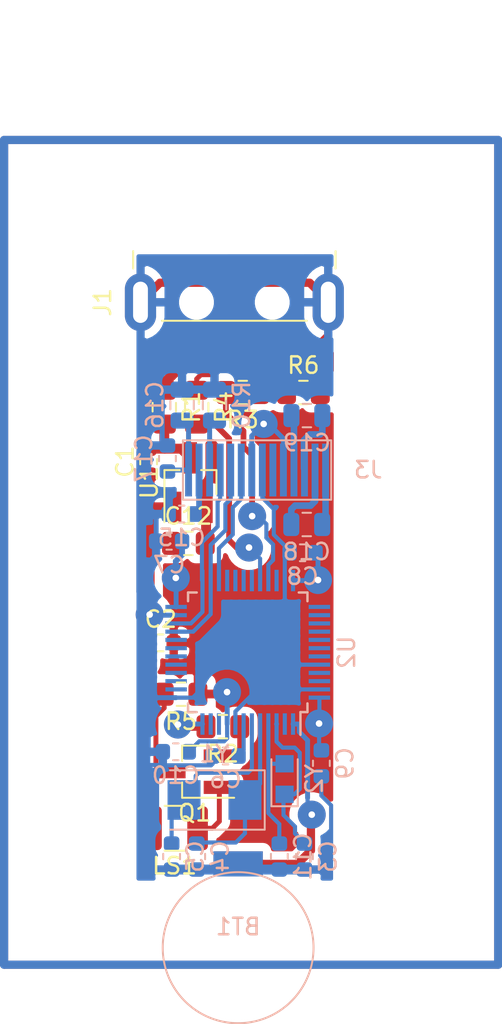
<source format=kicad_pcb>
(kicad_pcb (version 20171130) (host pcbnew 5.1.6-c6e7f7d~87~ubuntu18.04.1)

  (general
    (thickness 1.6)
    (drawings 0)
    (tracks 310)
    (zones 0)
    (modules 33)
    (nets 54)
  )

  (page A4)
  (layers
    (0 F.Cu signal)
    (31 B.Cu signal)
    (32 B.Adhes user)
    (33 F.Adhes user)
    (34 B.Paste user)
    (35 F.Paste user)
    (36 B.SilkS user)
    (37 F.SilkS user)
    (38 B.Mask user)
    (39 F.Mask user)
    (40 Dwgs.User user)
    (41 Cmts.User user)
    (42 Eco1.User user)
    (43 Eco2.User user)
    (44 Edge.Cuts user)
    (45 Margin user)
    (46 B.CrtYd user)
    (47 F.CrtYd user)
    (48 B.Fab user)
    (49 F.Fab user)
  )

  (setup
    (last_trace_width 0.6)
    (user_trace_width 0.3)
    (user_trace_width 0.35)
    (user_trace_width 0.4)
    (user_trace_width 0.5)
    (user_trace_width 0.6)
    (user_trace_width 1)
    (user_trace_width 1.5)
    (user_trace_width 2)
    (user_trace_width 5)
    (trace_clearance 0.2)
    (zone_clearance 0.508)
    (zone_45_only no)
    (trace_min 0.2)
    (via_size 0.8)
    (via_drill 0.4)
    (via_min_size 0.4)
    (via_min_drill 0.3)
    (uvia_size 0.3)
    (uvia_drill 0.1)
    (uvias_allowed no)
    (uvia_min_size 0.2)
    (uvia_min_drill 0.1)
    (edge_width 0.05)
    (segment_width 0.2)
    (pcb_text_width 0.3)
    (pcb_text_size 1.5 1.5)
    (mod_edge_width 0.12)
    (mod_text_size 1 1)
    (mod_text_width 0.15)
    (pad_size 1.9 1.9)
    (pad_drill 0.9)
    (pad_to_mask_clearance 0.051)
    (solder_mask_min_width 0.25)
    (aux_axis_origin 0 0)
    (visible_elements FFFFFF7F)
    (pcbplotparams
      (layerselection 0x00000_ffffffff)
      (usegerberextensions false)
      (usegerberattributes false)
      (usegerberadvancedattributes false)
      (creategerberjobfile false)
      (excludeedgelayer false)
      (linewidth 0.020000)
      (plotframeref false)
      (viasonmask false)
      (mode 1)
      (useauxorigin false)
      (hpglpennumber 1)
      (hpglpenspeed 20)
      (hpglpendiameter 15.000000)
      (psnegative true)
      (psa4output false)
      (plotreference false)
      (plotvalue false)
      (plotinvisibletext false)
      (padsonsilk true)
      (subtractmaskfromsilk false)
      (outputformat 5)
      (mirror false)
      (drillshape 1)
      (scaleselection 1)
      (outputdirectory ""))
  )

  (net 0 "")
  (net 1 GND)
  (net 2 +3V3)
  (net 3 "Net-(C4-Pad2)")
  (net 4 "Net-(C5-Pad2)")
  (net 5 "Net-(C6-Pad2)")
  (net 6 "Net-(C15-Pad2)")
  (net 7 "Net-(C16-Pad2)")
  (net 8 "Net-(C18-Pad2)")
  (net 9 "Net-(C18-Pad1)")
  (net 10 "Net-(C19-Pad2)")
  (net 11 "Net-(C19-Pad1)")
  (net 12 "Net-(J3-Pad12)")
  (net 13 /D_SDA)
  (net 14 /DP)
  (net 15 /DM)
  (net 16 /D_SCL)
  (net 17 VBUS)
  (net 18 /D_RST)
  (net 19 "Net-(C3-Pad2)")
  (net 20 "Net-(C11-Pad2)")
  (net 21 "Net-(J1-Pad3)")
  (net 22 "Net-(J1-Pad2)")
  (net 23 "Net-(LS1-Pad1)")
  (net 24 "Net-(Q1-Pad3)")
  (net 25 "Net-(Q1-Pad2)")
  (net 26 /SP)
  (net 27 "Net-(BT1-Pad1)")
  (net 28 "Net-(C1-Pad2)")
  (net 29 "Net-(J3-Pad6)")
  (net 30 "Net-(U2-Pad46)")
  (net 31 "Net-(U2-Pad45)")
  (net 32 "Net-(U2-Pad43)")
  (net 33 "Net-(U2-Pad42)")
  (net 34 "Net-(U2-Pad41)")
  (net 35 "Net-(U2-Pad40)")
  (net 36 "Net-(U2-Pad39)")
  (net 37 "Net-(U2-Pad38)")
  (net 38 /SWCLK)
  (net 39 /SWDIO)
  (net 40 "Net-(U2-Pad31)")
  (net 41 "Net-(U2-Pad30)")
  (net 42 "Net-(U2-Pad29)")
  (net 43 "Net-(U2-Pad28)")
  (net 44 "Net-(U2-Pad20)")
  (net 45 "Net-(U2-Pad19)")
  (net 46 "Net-(U2-Pad18)")
  (net 47 "Net-(U2-Pad17)")
  (net 48 "Net-(U2-Pad16)")
  (net 49 "Net-(U2-Pad15)")
  (net 50 "Net-(U2-Pad14)")
  (net 51 "Net-(U2-Pad11)")
  (net 52 "Net-(U2-Pad10)")
  (net 53 "Net-(U2-Pad2)")

  (net_class Default "This is the default net class."
    (clearance 0.2)
    (trace_width 0.25)
    (via_dia 0.8)
    (via_drill 0.4)
    (uvia_dia 0.3)
    (uvia_drill 0.1)
    (add_net +3V3)
    (add_net /DM)
    (add_net /DP)
    (add_net /D_RST)
    (add_net /D_SCL)
    (add_net /D_SDA)
    (add_net /SP)
    (add_net /SWCLK)
    (add_net /SWDIO)
    (add_net GND)
    (add_net "Net-(BT1-Pad1)")
    (add_net "Net-(C1-Pad2)")
    (add_net "Net-(C11-Pad2)")
    (add_net "Net-(C15-Pad2)")
    (add_net "Net-(C16-Pad2)")
    (add_net "Net-(C18-Pad1)")
    (add_net "Net-(C18-Pad2)")
    (add_net "Net-(C19-Pad1)")
    (add_net "Net-(C19-Pad2)")
    (add_net "Net-(C3-Pad2)")
    (add_net "Net-(C4-Pad2)")
    (add_net "Net-(C5-Pad2)")
    (add_net "Net-(C6-Pad2)")
    (add_net "Net-(J1-Pad2)")
    (add_net "Net-(J1-Pad3)")
    (add_net "Net-(J3-Pad12)")
    (add_net "Net-(J3-Pad6)")
    (add_net "Net-(LS1-Pad1)")
    (add_net "Net-(Q1-Pad2)")
    (add_net "Net-(Q1-Pad3)")
    (add_net "Net-(U2-Pad10)")
    (add_net "Net-(U2-Pad11)")
    (add_net "Net-(U2-Pad14)")
    (add_net "Net-(U2-Pad15)")
    (add_net "Net-(U2-Pad16)")
    (add_net "Net-(U2-Pad17)")
    (add_net "Net-(U2-Pad18)")
    (add_net "Net-(U2-Pad19)")
    (add_net "Net-(U2-Pad2)")
    (add_net "Net-(U2-Pad20)")
    (add_net "Net-(U2-Pad28)")
    (add_net "Net-(U2-Pad29)")
    (add_net "Net-(U2-Pad30)")
    (add_net "Net-(U2-Pad31)")
    (add_net "Net-(U2-Pad38)")
    (add_net "Net-(U2-Pad39)")
    (add_net "Net-(U2-Pad40)")
    (add_net "Net-(U2-Pad41)")
    (add_net "Net-(U2-Pad42)")
    (add_net "Net-(U2-Pad43)")
    (add_net "Net-(U2-Pad45)")
    (add_net "Net-(U2-Pad46)")
    (add_net VBUS)
  )

  (module Crystal:Crystal_SMD_5032-2Pin_5.0x3.2mm (layer B.Cu) (tedit 5A0FD1B2) (tstamp 5F24E74D)
    (at 92.7735 100.0125 180)
    (descr "SMD Crystal SERIES SMD2520/2 http://www.icbase.com/File/PDF/HKC/HKC00061008.pdf, 5.0x3.2mm^2 package")
    (tags "SMD SMT crystal")
    (path /5DF47ED6)
    (attr smd)
    (fp_text reference Y1 (at 0 2.8) (layer B.SilkS)
      (effects (font (size 1 1) (thickness 0.15)) (justify mirror))
    )
    (fp_text value 8MHz (at 0 -2.8) (layer B.Fab)
      (effects (font (size 1 1) (thickness 0.15)) (justify mirror))
    )
    (fp_line (start -2.3 1.6) (end 2.3 1.6) (layer B.Fab) (width 0.1))
    (fp_line (start 2.3 1.6) (end 2.5 1.4) (layer B.Fab) (width 0.1))
    (fp_line (start 2.5 1.4) (end 2.5 -1.4) (layer B.Fab) (width 0.1))
    (fp_line (start 2.5 -1.4) (end 2.3 -1.6) (layer B.Fab) (width 0.1))
    (fp_line (start 2.3 -1.6) (end -2.3 -1.6) (layer B.Fab) (width 0.1))
    (fp_line (start -2.3 -1.6) (end -2.5 -1.4) (layer B.Fab) (width 0.1))
    (fp_line (start -2.5 -1.4) (end -2.5 1.4) (layer B.Fab) (width 0.1))
    (fp_line (start -2.5 1.4) (end -2.3 1.6) (layer B.Fab) (width 0.1))
    (fp_line (start -2.5 -0.6) (end -1.5 -1.6) (layer B.Fab) (width 0.1))
    (fp_line (start 2.7 1.8) (end -3.05 1.8) (layer B.SilkS) (width 0.12))
    (fp_line (start -3.05 1.8) (end -3.05 -1.8) (layer B.SilkS) (width 0.12))
    (fp_line (start -3.05 -1.8) (end 2.7 -1.8) (layer B.SilkS) (width 0.12))
    (fp_line (start -3.1 1.9) (end -3.1 -1.9) (layer B.CrtYd) (width 0.05))
    (fp_line (start -3.1 -1.9) (end 3.1 -1.9) (layer B.CrtYd) (width 0.05))
    (fp_line (start 3.1 -1.9) (end 3.1 1.9) (layer B.CrtYd) (width 0.05))
    (fp_line (start 3.1 1.9) (end -3.1 1.9) (layer B.CrtYd) (width 0.05))
    (fp_circle (center 0 0) (end 0.4 0) (layer B.Adhes) (width 0.1))
    (fp_circle (center 0 0) (end 0.333333 0) (layer B.Adhes) (width 0.133333))
    (fp_circle (center 0 0) (end 0.213333 0) (layer B.Adhes) (width 0.133333))
    (fp_circle (center 0 0) (end 0.093333 0) (layer B.Adhes) (width 0.186667))
    (fp_text user %R (at 0 0) (layer B.Fab)
      (effects (font (size 1 1) (thickness 0.15)) (justify mirror))
    )
    (pad 2 smd rect (at 1.85 0 180) (size 2 2.4) (layers B.Cu B.Paste B.Mask)
      (net 4 "Net-(C5-Pad2)"))
    (pad 1 smd rect (at -1.85 0 180) (size 2 2.4) (layers B.Cu B.Paste B.Mask)
      (net 3 "Net-(C4-Pad2)"))
    (model ${KISYS3DMOD}/Crystal.3dshapes/Crystal_SMD_5032-2Pin_5.0x3.2mm.wrl
      (at (xyz 0 0 0))
      (scale (xyz 1 1 1))
      (rotate (xyz 0 0 0))
    )
  )

  (module Capacitor_SMD:C_0805_2012Metric_Pad1.15x1.40mm_HandSolder (layer F.Cu) (tedit 5B36C52B) (tstamp 5F0C7C36)
    (at 91.186 84.455)
    (descr "Capacitor SMD 0805 (2012 Metric), square (rectangular) end terminal, IPC_7351 nominal with elongated pad for handsoldering. (Body size source: https://docs.google.com/spreadsheets/d/1BsfQQcO9C6DZCsRaXUlFlo91Tg2WpOkGARC1WS5S8t0/edit?usp=sharing), generated with kicad-footprint-generator")
    (tags "capacitor handsolder")
    (path /5F0CE7BD)
    (attr smd)
    (fp_text reference C12 (at 0 -1.65) (layer F.SilkS)
      (effects (font (size 1 1) (thickness 0.15)))
    )
    (fp_text value 1uF (at 0 1.65) (layer F.Fab)
      (effects (font (size 1 1) (thickness 0.15)))
    )
    (fp_line (start 1.85 0.95) (end -1.85 0.95) (layer F.CrtYd) (width 0.05))
    (fp_line (start 1.85 -0.95) (end 1.85 0.95) (layer F.CrtYd) (width 0.05))
    (fp_line (start -1.85 -0.95) (end 1.85 -0.95) (layer F.CrtYd) (width 0.05))
    (fp_line (start -1.85 0.95) (end -1.85 -0.95) (layer F.CrtYd) (width 0.05))
    (fp_line (start -0.261252 0.71) (end 0.261252 0.71) (layer F.SilkS) (width 0.12))
    (fp_line (start -0.261252 -0.71) (end 0.261252 -0.71) (layer F.SilkS) (width 0.12))
    (fp_line (start 1 0.6) (end -1 0.6) (layer F.Fab) (width 0.1))
    (fp_line (start 1 -0.6) (end 1 0.6) (layer F.Fab) (width 0.1))
    (fp_line (start -1 -0.6) (end 1 -0.6) (layer F.Fab) (width 0.1))
    (fp_line (start -1 0.6) (end -1 -0.6) (layer F.Fab) (width 0.1))
    (fp_text user %R (at 0 0) (layer F.Fab)
      (effects (font (size 0.5 0.5) (thickness 0.08)))
    )
    (pad 2 smd roundrect (at 1.025 0) (size 1.15 1.4) (layers F.Cu F.Paste F.Mask) (roundrect_rratio 0.217391)
      (net 2 +3V3))
    (pad 1 smd roundrect (at -1.025 0) (size 1.15 1.4) (layers F.Cu F.Paste F.Mask) (roundrect_rratio 0.217391)
      (net 1 GND))
    (model ${KISYS3DMOD}/Capacitor_SMD.3dshapes/C_0805_2012Metric.wrl
      (at (xyz 0 0 0))
      (scale (xyz 1 1 1))
      (rotate (xyz 0 0 0))
    )
  )

  (module aydongle:display_14p (layer B.Cu) (tedit 5DCAAF09) (tstamp 5F0C9560)
    (at 95.3582 80.01)
    (path /5DF2E00B)
    (fp_text reference J3 (at 6.75 -0.01) (layer B.SilkS)
      (effects (font (size 1 1) (thickness 0.15)) (justify mirror))
    )
    (fp_text value Display (at 0 2.88) (layer B.Fab)
      (effects (font (size 1 1) (thickness 0.15)) (justify mirror))
    )
    (fp_line (start -4.5 -1.8) (end 4.5 -1.8) (layer B.SilkS) (width 0.12))
    (fp_line (start -4.5 1.8) (end -4.5 -1.8) (layer B.SilkS) (width 0.12))
    (fp_line (start 4.5 1.8) (end -4.5 1.8) (layer B.SilkS) (width 0.12))
    (fp_line (start 4.5 -1.8) (end 4.5 1.8) (layer B.SilkS) (width 0.12))
    (pad 14 smd rect (at -4.16 0) (size 0.42 3.2) (layers B.Cu B.Paste B.Mask)
      (net 7 "Net-(C16-Pad2)"))
    (pad 13 smd rect (at -3.52 0) (size 0.42 3.2) (layers B.Cu B.Paste B.Mask)
      (net 6 "Net-(C15-Pad2)"))
    (pad 12 smd rect (at -2.88 0) (size 0.42 3.2) (layers B.Cu B.Paste B.Mask)
      (net 12 "Net-(J3-Pad12)"))
    (pad 11 smd rect (at -2.24 0) (size 0.42 3.2) (layers B.Cu B.Paste B.Mask)
      (net 13 /D_SDA))
    (pad 10 smd rect (at -1.6 0) (size 0.42 3.2) (layers B.Cu B.Paste B.Mask)
      (net 16 /D_SCL))
    (pad 9 smd rect (at -0.96 0) (size 0.42 3.2) (layers B.Cu B.Paste B.Mask)
      (net 18 /D_RST))
    (pad 8 smd rect (at -0.32 0) (size 0.42 3.2) (layers B.Cu B.Paste B.Mask)
      (net 2 +3V3))
    (pad 1 smd rect (at 4.16 0) (size 0.42 3.2) (layers B.Cu B.Paste B.Mask)
      (net 8 "Net-(C18-Pad2)"))
    (pad 2 smd rect (at 3.52 0) (size 0.42 3.2) (layers B.Cu B.Paste B.Mask)
      (net 9 "Net-(C18-Pad1)"))
    (pad 3 smd rect (at 2.88 0) (size 0.42 3.2) (layers B.Cu B.Paste B.Mask)
      (net 10 "Net-(C19-Pad2)"))
    (pad 4 smd rect (at 2.24 0) (size 0.42 3.2) (layers B.Cu B.Paste B.Mask)
      (net 11 "Net-(C19-Pad1)"))
    (pad 5 smd rect (at 1.6 0) (size 0.42 3.2) (layers B.Cu B.Paste B.Mask)
      (net 2 +3V3))
    (pad 6 smd rect (at 0.96 0) (size 0.42 3.2) (layers B.Cu B.Paste B.Mask)
      (net 29 "Net-(J3-Pad6)"))
    (pad 7 smd rect (at 0.32 0) (size 0.42 3.2) (layers B.Cu B.Paste B.Mask)
      (net 1 GND))
  )

  (module clock:CR927 (layer B.Cu) (tedit 5F0C4627) (tstamp 5F0B80B2)
    (at 94.2086 108.966)
    (path /5F47AE1B)
    (fp_text reference BT1 (at 0 -1.27) (layer B.SilkS)
      (effects (font (size 1 1) (thickness 0.15)) (justify mirror))
    )
    (fp_text value Battery_Cell (at 0 1.27) (layer B.Fab)
      (effects (font (size 1 1) (thickness 0.15)) (justify mirror))
    )
    (fp_circle (center 0 0) (end -3.81 -2.54) (layer B.SilkS) (width 0.12))
    (pad 2 smd rect (at 0 -5.08) (size 3 1.524) (layers B.Cu B.Paste B.Mask)
      (net 1 GND))
    (pad 1 smd rect (at 0 -5.08) (size 3 1.524) (layers F.Cu B.Paste B.Mask)
      (net 27 "Net-(BT1-Pad1)"))
  )

  (module Package_QFP:TQFP-48_7x7mm_P0.5mm (layer B.Cu) (tedit 5A02F146) (tstamp 5F0C9378)
    (at 94.7928 91.059 90)
    (descr "48 LEAD TQFP 7x7mm (see MICREL TQFP7x7-48LD-PL-1.pdf)")
    (tags "QFP 0.5")
    (path /5F0BD354)
    (attr smd)
    (fp_text reference U2 (at 0 6 90) (layer B.SilkS)
      (effects (font (size 1 1) (thickness 0.15)) (justify mirror))
    )
    (fp_text value STM32F103C8TxSmall (at 0 -6 90) (layer B.Fab)
      (effects (font (size 1 1) (thickness 0.15)) (justify mirror))
    )
    (fp_line (start -2.5 3.5) (end 3.5 3.5) (layer B.Fab) (width 0.15))
    (fp_line (start 3.5 3.5) (end 3.5 -3.5) (layer B.Fab) (width 0.15))
    (fp_line (start 3.5 -3.5) (end -3.5 -3.5) (layer B.Fab) (width 0.15))
    (fp_line (start -3.5 -3.5) (end -3.5 2.5) (layer B.Fab) (width 0.15))
    (fp_line (start -3.5 2.5) (end -2.5 3.5) (layer B.Fab) (width 0.15))
    (fp_line (start -5.25 5.25) (end -5.25 -5.25) (layer B.CrtYd) (width 0.05))
    (fp_line (start 5.25 5.25) (end 5.25 -5.25) (layer B.CrtYd) (width 0.05))
    (fp_line (start -5.25 5.25) (end 5.25 5.25) (layer B.CrtYd) (width 0.05))
    (fp_line (start -5.25 -5.25) (end 5.25 -5.25) (layer B.CrtYd) (width 0.05))
    (fp_line (start -3.625 3.625) (end -3.625 3.2) (layer B.SilkS) (width 0.15))
    (fp_line (start 3.625 3.625) (end 3.625 3.1) (layer B.SilkS) (width 0.15))
    (fp_line (start 3.625 -3.625) (end 3.625 -3.1) (layer B.SilkS) (width 0.15))
    (fp_line (start -3.625 -3.625) (end -3.625 -3.1) (layer B.SilkS) (width 0.15))
    (fp_line (start -3.625 3.625) (end -3.1 3.625) (layer B.SilkS) (width 0.15))
    (fp_line (start -3.625 -3.625) (end -3.1 -3.625) (layer B.SilkS) (width 0.15))
    (fp_line (start 3.625 -3.625) (end 3.1 -3.625) (layer B.SilkS) (width 0.15))
    (fp_line (start 3.625 3.625) (end 3.1 3.625) (layer B.SilkS) (width 0.15))
    (fp_line (start -3.625 3.2) (end -5 3.2) (layer B.SilkS) (width 0.15))
    (fp_text user %R (at 0 0 90) (layer B.Fab)
      (effects (font (size 1 1) (thickness 0.15)) (justify mirror))
    )
    (pad 48 smd rect (at -2.75 4.35) (size 1.3 0.25) (layers B.Cu B.Paste B.Mask)
      (net 2 +3V3))
    (pad 47 smd rect (at -2.25 4.35) (size 1.3 0.25) (layers B.Cu B.Paste B.Mask)
      (net 1 GND))
    (pad 46 smd rect (at -1.75 4.35) (size 1.3 0.25) (layers B.Cu B.Paste B.Mask)
      (net 30 "Net-(U2-Pad46)"))
    (pad 45 smd rect (at -1.25 4.35) (size 1.3 0.25) (layers B.Cu B.Paste B.Mask)
      (net 31 "Net-(U2-Pad45)"))
    (pad 44 smd rect (at -0.75 4.35) (size 1.3 0.25) (layers B.Cu B.Paste B.Mask)
      (net 1 GND))
    (pad 43 smd rect (at -0.25 4.35) (size 1.3 0.25) (layers B.Cu B.Paste B.Mask)
      (net 32 "Net-(U2-Pad43)"))
    (pad 42 smd rect (at 0.25 4.35) (size 1.3 0.25) (layers B.Cu B.Paste B.Mask)
      (net 33 "Net-(U2-Pad42)"))
    (pad 41 smd rect (at 0.75 4.35) (size 1.3 0.25) (layers B.Cu B.Paste B.Mask)
      (net 34 "Net-(U2-Pad41)"))
    (pad 40 smd rect (at 1.25 4.35) (size 1.3 0.25) (layers B.Cu B.Paste B.Mask)
      (net 35 "Net-(U2-Pad40)"))
    (pad 39 smd rect (at 1.75 4.35) (size 1.3 0.25) (layers B.Cu B.Paste B.Mask)
      (net 36 "Net-(U2-Pad39)"))
    (pad 38 smd rect (at 2.25 4.35) (size 1.3 0.25) (layers B.Cu B.Paste B.Mask)
      (net 37 "Net-(U2-Pad38)"))
    (pad 37 smd rect (at 2.75 4.35) (size 1.3 0.25) (layers B.Cu B.Paste B.Mask)
      (net 38 /SWCLK))
    (pad 36 smd rect (at 4.35 2.75 90) (size 1.3 0.25) (layers B.Cu B.Paste B.Mask)
      (net 2 +3V3))
    (pad 35 smd rect (at 4.35 2.25 90) (size 1.3 0.25) (layers B.Cu B.Paste B.Mask)
      (net 1 GND))
    (pad 34 smd rect (at 4.35 1.75 90) (size 1.3 0.25) (layers B.Cu B.Paste B.Mask)
      (net 39 /SWDIO))
    (pad 33 smd rect (at 4.35 1.25 90) (size 1.3 0.25) (layers B.Cu B.Paste B.Mask)
      (net 14 /DP))
    (pad 32 smd rect (at 4.35 0.75 90) (size 1.3 0.25) (layers B.Cu B.Paste B.Mask)
      (net 15 /DM))
    (pad 31 smd rect (at 4.35 0.25 90) (size 1.3 0.25) (layers B.Cu B.Paste B.Mask)
      (net 40 "Net-(U2-Pad31)"))
    (pad 30 smd rect (at 4.35 -0.25 90) (size 1.3 0.25) (layers B.Cu B.Paste B.Mask)
      (net 41 "Net-(U2-Pad30)"))
    (pad 29 smd rect (at 4.35 -0.75 90) (size 1.3 0.25) (layers B.Cu B.Paste B.Mask)
      (net 42 "Net-(U2-Pad29)"))
    (pad 28 smd rect (at 4.35 -1.25 90) (size 1.3 0.25) (layers B.Cu B.Paste B.Mask)
      (net 43 "Net-(U2-Pad28)"))
    (pad 27 smd rect (at 4.35 -1.75 90) (size 1.3 0.25) (layers B.Cu B.Paste B.Mask)
      (net 18 /D_RST))
    (pad 26 smd rect (at 4.35 -2.25 90) (size 1.3 0.25) (layers B.Cu B.Paste B.Mask)
      (net 16 /D_SCL))
    (pad 25 smd rect (at 4.35 -2.75 90) (size 1.3 0.25) (layers B.Cu B.Paste B.Mask)
      (net 13 /D_SDA))
    (pad 24 smd rect (at 2.75 -4.35) (size 1.3 0.25) (layers B.Cu B.Paste B.Mask)
      (net 2 +3V3))
    (pad 23 smd rect (at 2.25 -4.35) (size 1.3 0.25) (layers B.Cu B.Paste B.Mask)
      (net 1 GND))
    (pad 22 smd rect (at 1.75 -4.35) (size 1.3 0.25) (layers B.Cu B.Paste B.Mask)
      (net 13 /D_SDA))
    (pad 21 smd rect (at 1.25 -4.35) (size 1.3 0.25) (layers B.Cu B.Paste B.Mask)
      (net 16 /D_SCL))
    (pad 20 smd rect (at 0.75 -4.35) (size 1.3 0.25) (layers B.Cu B.Paste B.Mask)
      (net 44 "Net-(U2-Pad20)"))
    (pad 19 smd rect (at 0.25 -4.35) (size 1.3 0.25) (layers B.Cu B.Paste B.Mask)
      (net 45 "Net-(U2-Pad19)"))
    (pad 18 smd rect (at -0.25 -4.35) (size 1.3 0.25) (layers B.Cu B.Paste B.Mask)
      (net 46 "Net-(U2-Pad18)"))
    (pad 17 smd rect (at -0.75 -4.35) (size 1.3 0.25) (layers B.Cu B.Paste B.Mask)
      (net 47 "Net-(U2-Pad17)"))
    (pad 16 smd rect (at -1.25 -4.35) (size 1.3 0.25) (layers B.Cu B.Paste B.Mask)
      (net 48 "Net-(U2-Pad16)"))
    (pad 15 smd rect (at -1.75 -4.35) (size 1.3 0.25) (layers B.Cu B.Paste B.Mask)
      (net 49 "Net-(U2-Pad15)"))
    (pad 14 smd rect (at -2.25 -4.35) (size 1.3 0.25) (layers B.Cu B.Paste B.Mask)
      (net 50 "Net-(U2-Pad14)"))
    (pad 13 smd rect (at -2.75 -4.35) (size 1.3 0.25) (layers B.Cu B.Paste B.Mask)
      (net 1 GND))
    (pad 12 smd rect (at -4.35 -2.75 90) (size 1.3 0.25) (layers B.Cu B.Paste B.Mask)
      (net 26 /SP))
    (pad 11 smd rect (at -4.35 -2.25 90) (size 1.3 0.25) (layers B.Cu B.Paste B.Mask)
      (net 51 "Net-(U2-Pad11)"))
    (pad 10 smd rect (at -4.35 -1.75 90) (size 1.3 0.25) (layers B.Cu B.Paste B.Mask)
      (net 52 "Net-(U2-Pad10)"))
    (pad 9 smd rect (at -4.35 -1.25 90) (size 1.3 0.25) (layers B.Cu B.Paste B.Mask)
      (net 2 +3V3))
    (pad 8 smd rect (at -4.35 -0.75 90) (size 1.3 0.25) (layers B.Cu B.Paste B.Mask)
      (net 1 GND))
    (pad 7 smd rect (at -4.35 -0.25 90) (size 1.3 0.25) (layers B.Cu B.Paste B.Mask)
      (net 5 "Net-(C6-Pad2)"))
    (pad 6 smd rect (at -4.35 0.25 90) (size 1.3 0.25) (layers B.Cu B.Paste B.Mask)
      (net 4 "Net-(C5-Pad2)"))
    (pad 5 smd rect (at -4.35 0.75 90) (size 1.3 0.25) (layers B.Cu B.Paste B.Mask)
      (net 3 "Net-(C4-Pad2)"))
    (pad 4 smd rect (at -4.35 1.25 90) (size 1.3 0.25) (layers B.Cu B.Paste B.Mask)
      (net 20 "Net-(C11-Pad2)"))
    (pad 3 smd rect (at -4.35 1.75 90) (size 1.3 0.25) (layers B.Cu B.Paste B.Mask)
      (net 19 "Net-(C3-Pad2)"))
    (pad 2 smd rect (at -4.35 2.25 90) (size 1.3 0.25) (layers B.Cu B.Paste B.Mask)
      (net 53 "Net-(U2-Pad2)"))
    (pad 1 smd rect (at -4.35 2.75 90) (size 1.3 0.25) (layers B.Cu B.Paste B.Mask)
      (net 27 "Net-(BT1-Pad1)"))
    (model ${KISYS3DMOD}/Package_QFP.3dshapes/TQFP-48_7x7mm_P0.5mm.wrl
      (at (xyz 0 0 0))
      (scale (xyz 1 1 1))
      (rotate (xyz 0 0 0))
    )
  )

  (module Capacitor_SMD:C_0603_1608Metric (layer F.Cu) (tedit 5B301BBE) (tstamp 5F0B80D4)
    (at 89.5095 90.4875)
    (descr "Capacitor SMD 0603 (1608 Metric), square (rectangular) end terminal, IPC_7351 nominal, (Body size source: http://www.tortai-tech.com/upload/download/2011102023233369053.pdf), generated with kicad-footprint-generator")
    (tags capacitor)
    (path /5F0DEDBC)
    (attr smd)
    (fp_text reference C2 (at 0 -1.43) (layer F.SilkS)
      (effects (font (size 1 1) (thickness 0.15)))
    )
    (fp_text value 0.1uF (at 0 1.43) (layer F.Fab)
      (effects (font (size 1 1) (thickness 0.15)))
    )
    (fp_line (start -0.8 0.4) (end -0.8 -0.4) (layer F.Fab) (width 0.1))
    (fp_line (start -0.8 -0.4) (end 0.8 -0.4) (layer F.Fab) (width 0.1))
    (fp_line (start 0.8 -0.4) (end 0.8 0.4) (layer F.Fab) (width 0.1))
    (fp_line (start 0.8 0.4) (end -0.8 0.4) (layer F.Fab) (width 0.1))
    (fp_line (start -0.162779 -0.51) (end 0.162779 -0.51) (layer F.SilkS) (width 0.12))
    (fp_line (start -0.162779 0.51) (end 0.162779 0.51) (layer F.SilkS) (width 0.12))
    (fp_line (start -1.48 0.73) (end -1.48 -0.73) (layer F.CrtYd) (width 0.05))
    (fp_line (start -1.48 -0.73) (end 1.48 -0.73) (layer F.CrtYd) (width 0.05))
    (fp_line (start 1.48 -0.73) (end 1.48 0.73) (layer F.CrtYd) (width 0.05))
    (fp_line (start 1.48 0.73) (end -1.48 0.73) (layer F.CrtYd) (width 0.05))
    (fp_text user %R (at 0 0) (layer F.Fab)
      (effects (font (size 0.4 0.4) (thickness 0.06)))
    )
    (pad 2 smd roundrect (at 0.7875 0) (size 0.875 0.95) (layers F.Cu F.Paste F.Mask) (roundrect_rratio 0.25)
      (net 2 +3V3))
    (pad 1 smd roundrect (at -0.7875 0) (size 0.875 0.95) (layers F.Cu F.Paste F.Mask) (roundrect_rratio 0.25)
      (net 1 GND))
    (model ${KISYS3DMOD}/Capacitor_SMD.3dshapes/C_0603_1608Metric.wrl
      (at (xyz 0 0 0))
      (scale (xyz 1 1 1))
      (rotate (xyz 0 0 0))
    )
  )

  (module Capacitor_SMD:C_0603_1608Metric (layer F.Cu) (tedit 5B301BBE) (tstamp 5F0B80C3)
    (at 88.773 79.502 90)
    (descr "Capacitor SMD 0603 (1608 Metric), square (rectangular) end terminal, IPC_7351 nominal, (Body size source: http://www.tortai-tech.com/upload/download/2011102023233369053.pdf), generated with kicad-footprint-generator")
    (tags capacitor)
    (path /5F0E36F4)
    (attr smd)
    (fp_text reference C1 (at 0 -1.43 90) (layer F.SilkS)
      (effects (font (size 1 1) (thickness 0.15)))
    )
    (fp_text value 0.1uF (at 0 1.43 90) (layer F.Fab)
      (effects (font (size 1 1) (thickness 0.15)))
    )
    (fp_line (start -0.8 0.4) (end -0.8 -0.4) (layer F.Fab) (width 0.1))
    (fp_line (start -0.8 -0.4) (end 0.8 -0.4) (layer F.Fab) (width 0.1))
    (fp_line (start 0.8 -0.4) (end 0.8 0.4) (layer F.Fab) (width 0.1))
    (fp_line (start 0.8 0.4) (end -0.8 0.4) (layer F.Fab) (width 0.1))
    (fp_line (start -0.162779 -0.51) (end 0.162779 -0.51) (layer F.SilkS) (width 0.12))
    (fp_line (start -0.162779 0.51) (end 0.162779 0.51) (layer F.SilkS) (width 0.12))
    (fp_line (start -1.48 0.73) (end -1.48 -0.73) (layer F.CrtYd) (width 0.05))
    (fp_line (start -1.48 -0.73) (end 1.48 -0.73) (layer F.CrtYd) (width 0.05))
    (fp_line (start 1.48 -0.73) (end 1.48 0.73) (layer F.CrtYd) (width 0.05))
    (fp_line (start 1.48 0.73) (end -1.48 0.73) (layer F.CrtYd) (width 0.05))
    (fp_text user %R (at 0 0 90) (layer F.Fab)
      (effects (font (size 0.4 0.4) (thickness 0.06)))
    )
    (pad 2 smd roundrect (at 0.7875 0 90) (size 0.875 0.95) (layers F.Cu F.Paste F.Mask) (roundrect_rratio 0.25)
      (net 28 "Net-(C1-Pad2)"))
    (pad 1 smd roundrect (at -0.7875 0 90) (size 0.875 0.95) (layers F.Cu F.Paste F.Mask) (roundrect_rratio 0.25)
      (net 1 GND))
    (model ${KISYS3DMOD}/Capacitor_SMD.3dshapes/C_0603_1608Metric.wrl
      (at (xyz 0 0 0))
      (scale (xyz 1 1 1))
      (rotate (xyz 0 0 0))
    )
  )

  (module Package_TO_SOT_SMD:SOT-23_Handsoldering (layer F.Cu) (tedit 5A0AB76C) (tstamp 5F0BBB74)
    (at 91.313 80.772 90)
    (descr "SOT-23, Handsoldering")
    (tags SOT-23)
    (path /5F45A9F8)
    (attr smd)
    (fp_text reference U1 (at 0 -2.5 90) (layer F.SilkS)
      (effects (font (size 1 1) (thickness 0.15)))
    )
    (fp_text value XC6206-33 (at 0 2.5 90) (layer F.Fab)
      (effects (font (size 1 1) (thickness 0.15)))
    )
    (fp_line (start 0.76 1.58) (end -0.7 1.58) (layer F.SilkS) (width 0.12))
    (fp_line (start -0.7 1.52) (end 0.7 1.52) (layer F.Fab) (width 0.1))
    (fp_line (start 0.7 -1.52) (end 0.7 1.52) (layer F.Fab) (width 0.1))
    (fp_line (start -0.7 -0.95) (end -0.15 -1.52) (layer F.Fab) (width 0.1))
    (fp_line (start -0.15 -1.52) (end 0.7 -1.52) (layer F.Fab) (width 0.1))
    (fp_line (start -0.7 -0.95) (end -0.7 1.5) (layer F.Fab) (width 0.1))
    (fp_line (start 0.76 -1.58) (end -2.4 -1.58) (layer F.SilkS) (width 0.12))
    (fp_line (start -2.7 1.75) (end -2.7 -1.75) (layer F.CrtYd) (width 0.05))
    (fp_line (start 2.7 1.75) (end -2.7 1.75) (layer F.CrtYd) (width 0.05))
    (fp_line (start 2.7 -1.75) (end 2.7 1.75) (layer F.CrtYd) (width 0.05))
    (fp_line (start -2.7 -1.75) (end 2.7 -1.75) (layer F.CrtYd) (width 0.05))
    (fp_line (start 0.76 -1.58) (end 0.76 -0.65) (layer F.SilkS) (width 0.12))
    (fp_line (start 0.76 1.58) (end 0.76 0.65) (layer F.SilkS) (width 0.12))
    (fp_text user %R (at 0 0) (layer F.Fab)
      (effects (font (size 0.5 0.5) (thickness 0.075)))
    )
    (pad 3 smd rect (at 1.5 0 90) (size 1.9 0.8) (layers F.Cu F.Paste F.Mask)
      (net 28 "Net-(C1-Pad2)"))
    (pad 2 smd rect (at -1.5 0.95 90) (size 1.9 0.8) (layers F.Cu F.Paste F.Mask)
      (net 2 +3V3))
    (pad 1 smd rect (at -1.5 -0.95 90) (size 1.9 0.8) (layers F.Cu F.Paste F.Mask)
      (net 1 GND))
    (model ${KISYS3DMOD}/Package_TO_SOT_SMD.3dshapes/SOT-23.wrl
      (at (xyz 0 0 0))
      (scale (xyz 1 1 1))
      (rotate (xyz 0 0 0))
    )
  )

  (module Resistor_SMD:R_0805_2012Metric_Pad1.15x1.40mm_HandSolder (layer F.Cu) (tedit 5B36C52B) (tstamp 5F0B915A)
    (at 98.171 75.311)
    (descr "Resistor SMD 0805 (2012 Metric), square (rectangular) end terminal, IPC_7351 nominal with elongated pad for handsoldering. (Body size source: https://docs.google.com/spreadsheets/d/1BsfQQcO9C6DZCsRaXUlFlo91Tg2WpOkGARC1WS5S8t0/edit?usp=sharing), generated with kicad-footprint-generator")
    (tags "resistor handsolder")
    (path /5F4336FB)
    (attr smd)
    (fp_text reference R6 (at 0 -1.65) (layer F.SilkS)
      (effects (font (size 1 1) (thickness 0.15)))
    )
    (fp_text value 1k (at 0 1.65) (layer F.Fab)
      (effects (font (size 1 1) (thickness 0.15)))
    )
    (fp_line (start 1.85 0.95) (end -1.85 0.95) (layer F.CrtYd) (width 0.05))
    (fp_line (start 1.85 -0.95) (end 1.85 0.95) (layer F.CrtYd) (width 0.05))
    (fp_line (start -1.85 -0.95) (end 1.85 -0.95) (layer F.CrtYd) (width 0.05))
    (fp_line (start -1.85 0.95) (end -1.85 -0.95) (layer F.CrtYd) (width 0.05))
    (fp_line (start -0.261252 0.71) (end 0.261252 0.71) (layer F.SilkS) (width 0.12))
    (fp_line (start -0.261252 -0.71) (end 0.261252 -0.71) (layer F.SilkS) (width 0.12))
    (fp_line (start 1 0.6) (end -1 0.6) (layer F.Fab) (width 0.1))
    (fp_line (start 1 -0.6) (end 1 0.6) (layer F.Fab) (width 0.1))
    (fp_line (start -1 -0.6) (end 1 -0.6) (layer F.Fab) (width 0.1))
    (fp_line (start -1 0.6) (end -1 -0.6) (layer F.Fab) (width 0.1))
    (fp_text user %R (at 0 0) (layer F.Fab)
      (effects (font (size 0.5 0.5) (thickness 0.08)))
    )
    (pad 2 smd roundrect (at 1.025 0) (size 1.15 1.4) (layers F.Cu F.Paste F.Mask) (roundrect_rratio 0.217391)
      (net 2 +3V3))
    (pad 1 smd roundrect (at -1.025 0) (size 1.15 1.4) (layers F.Cu F.Paste F.Mask) (roundrect_rratio 0.217391)
      (net 21 "Net-(J1-Pad3)"))
    (model ${KISYS3DMOD}/Resistor_SMD.3dshapes/R_0805_2012Metric.wrl
      (at (xyz 0 0 0))
      (scale (xyz 1 1 1))
      (rotate (xyz 0 0 0))
    )
  )

  (module Crystal:Crystal_SMD_2012-2Pin_2.0x1.2mm_HandSoldering (layer B.Cu) (tedit 5A0FD1B2) (tstamp 5F0C946B)
    (at 97.028 98.7425 90)
    (descr "SMD Crystal 2012/2 http://txccrystal.com/images/pdf/9ht11.pdf, hand-soldering, 2.0x1.2mm^2 package")
    (tags "SMD SMT crystal hand-soldering")
    (path /5F320DC2)
    (attr smd)
    (fp_text reference Y2 (at 0 1.8 270) (layer B.SilkS)
      (effects (font (size 1 1) (thickness 0.15)) (justify mirror))
    )
    (fp_text value 32768 (at 0 -1.8 270) (layer B.Fab)
      (effects (font (size 1 1) (thickness 0.15)) (justify mirror))
    )
    (fp_circle (center 0 0) (end 0.046667 0) (layer B.Adhes) (width 0.093333))
    (fp_circle (center 0 0) (end 0.106667 0) (layer B.Adhes) (width 0.066667))
    (fp_circle (center 0 0) (end 0.166667 0) (layer B.Adhes) (width 0.066667))
    (fp_circle (center 0 0) (end 0.2 0) (layer B.Adhes) (width 0.1))
    (fp_line (start 1.7 0.9) (end -1.7 0.9) (layer B.CrtYd) (width 0.05))
    (fp_line (start 1.7 -0.9) (end 1.7 0.9) (layer B.CrtYd) (width 0.05))
    (fp_line (start -1.7 -0.9) (end 1.7 -0.9) (layer B.CrtYd) (width 0.05))
    (fp_line (start -1.7 0.9) (end -1.7 -0.9) (layer B.CrtYd) (width 0.05))
    (fp_line (start -1.65 -0.8) (end 1.2 -0.8) (layer B.SilkS) (width 0.12))
    (fp_line (start -1.65 0.8) (end -1.65 -0.8) (layer B.SilkS) (width 0.12))
    (fp_line (start 1.2 0.8) (end -1.65 0.8) (layer B.SilkS) (width 0.12))
    (fp_line (start -1 -0.1) (end -0.5 -0.6) (layer B.Fab) (width 0.1))
    (fp_line (start 1 0.6) (end -1 0.6) (layer B.Fab) (width 0.1))
    (fp_line (start 1 -0.6) (end 1 0.6) (layer B.Fab) (width 0.1))
    (fp_line (start -1 -0.6) (end 1 -0.6) (layer B.Fab) (width 0.1))
    (fp_line (start -1 0.6) (end -1 -0.6) (layer B.Fab) (width 0.1))
    (fp_text user %R (at 0 0 270) (layer B.Fab)
      (effects (font (size 0.5 0.5) (thickness 0.075)) (justify mirror))
    )
    (pad 2 smd rect (at 0.925 0 90) (size 1.05 1.1) (layers B.Cu B.Paste B.Mask)
      (net 20 "Net-(C11-Pad2)"))
    (pad 1 smd rect (at -0.925 0 90) (size 1.05 1.1) (layers B.Cu B.Paste B.Mask)
      (net 19 "Net-(C3-Pad2)"))
    (model ${KISYS3DMOD}/Crystal.3dshapes/Crystal_SMD_2012-2Pin_2.0x1.2mm_HandSoldering.wrl
      (at (xyz 0 0 0))
      (scale (xyz 1 1 1))
      (rotate (xyz 0 0 0))
    )
  )

  (module Resistor_SMD:R_0805_2012Metric_Pad1.15x1.40mm_HandSolder (layer F.Cu) (tedit 5B36C52B) (tstamp 5F0CDA03)
    (at 90.7415 93.599 180)
    (descr "Resistor SMD 0805 (2012 Metric), square (rectangular) end terminal, IPC_7351 nominal with elongated pad for handsoldering. (Body size source: https://docs.google.com/spreadsheets/d/1BsfQQcO9C6DZCsRaXUlFlo91Tg2WpOkGARC1WS5S8t0/edit?usp=sharing), generated with kicad-footprint-generator")
    (tags "resistor handsolder")
    (path /5F1BB8BA)
    (attr smd)
    (fp_text reference R5 (at 0 -1.65 180) (layer F.SilkS)
      (effects (font (size 1 1) (thickness 0.15)))
    )
    (fp_text value 120 (at 0 1.65 180) (layer F.Fab)
      (effects (font (size 1 1) (thickness 0.15)))
    )
    (fp_line (start 1.85 0.95) (end -1.85 0.95) (layer F.CrtYd) (width 0.05))
    (fp_line (start 1.85 -0.95) (end 1.85 0.95) (layer F.CrtYd) (width 0.05))
    (fp_line (start -1.85 -0.95) (end 1.85 -0.95) (layer F.CrtYd) (width 0.05))
    (fp_line (start -1.85 0.95) (end -1.85 -0.95) (layer F.CrtYd) (width 0.05))
    (fp_line (start -0.261252 0.71) (end 0.261252 0.71) (layer F.SilkS) (width 0.12))
    (fp_line (start -0.261252 -0.71) (end 0.261252 -0.71) (layer F.SilkS) (width 0.12))
    (fp_line (start 1 0.6) (end -1 0.6) (layer F.Fab) (width 0.1))
    (fp_line (start 1 -0.6) (end 1 0.6) (layer F.Fab) (width 0.1))
    (fp_line (start -1 -0.6) (end 1 -0.6) (layer F.Fab) (width 0.1))
    (fp_line (start -1 0.6) (end -1 -0.6) (layer F.Fab) (width 0.1))
    (fp_text user %R (at 0 0 180) (layer F.Fab)
      (effects (font (size 0.5 0.5) (thickness 0.08)))
    )
    (pad 2 smd roundrect (at 1.025 0 180) (size 1.15 1.4) (layers F.Cu F.Paste F.Mask) (roundrect_rratio 0.217391)
      (net 24 "Net-(Q1-Pad3)"))
    (pad 1 smd roundrect (at -1.025 0 180) (size 1.15 1.4) (layers F.Cu F.Paste F.Mask) (roundrect_rratio 0.217391)
      (net 2 +3V3))
    (model ${KISYS3DMOD}/Resistor_SMD.3dshapes/R_0805_2012Metric.wrl
      (at (xyz 0 0 0))
      (scale (xyz 1 1 1))
      (rotate (xyz 0 0 0))
    )
  )

  (module Resistor_SMD:R_0805_2012Metric_Pad1.15x1.40mm_HandSolder (layer F.Cu) (tedit 5B36C52B) (tstamp 5F0B882A)
    (at 91.694 76.2 270)
    (descr "Resistor SMD 0805 (2012 Metric), square (rectangular) end terminal, IPC_7351 nominal with elongated pad for handsoldering. (Body size source: https://docs.google.com/spreadsheets/d/1BsfQQcO9C6DZCsRaXUlFlo91Tg2WpOkGARC1WS5S8t0/edit?usp=sharing), generated with kicad-footprint-generator")
    (tags "resistor handsolder")
    (path /5F3BD66D)
    (attr smd)
    (fp_text reference R4 (at 0 -1.65 90) (layer F.SilkS)
      (effects (font (size 1 1) (thickness 0.15)))
    )
    (fp_text value 22 (at 0 1.65 90) (layer F.Fab)
      (effects (font (size 1 1) (thickness 0.15)))
    )
    (fp_line (start 1.85 0.95) (end -1.85 0.95) (layer F.CrtYd) (width 0.05))
    (fp_line (start 1.85 -0.95) (end 1.85 0.95) (layer F.CrtYd) (width 0.05))
    (fp_line (start -1.85 -0.95) (end 1.85 -0.95) (layer F.CrtYd) (width 0.05))
    (fp_line (start -1.85 0.95) (end -1.85 -0.95) (layer F.CrtYd) (width 0.05))
    (fp_line (start -0.261252 0.71) (end 0.261252 0.71) (layer F.SilkS) (width 0.12))
    (fp_line (start -0.261252 -0.71) (end 0.261252 -0.71) (layer F.SilkS) (width 0.12))
    (fp_line (start 1 0.6) (end -1 0.6) (layer F.Fab) (width 0.1))
    (fp_line (start 1 -0.6) (end 1 0.6) (layer F.Fab) (width 0.1))
    (fp_line (start -1 -0.6) (end 1 -0.6) (layer F.Fab) (width 0.1))
    (fp_line (start -1 0.6) (end -1 -0.6) (layer F.Fab) (width 0.1))
    (fp_text user %R (at 0 0 90) (layer F.Fab)
      (effects (font (size 0.5 0.5) (thickness 0.08)))
    )
    (pad 2 smd roundrect (at 1.025 0 270) (size 1.15 1.4) (layers F.Cu F.Paste F.Mask) (roundrect_rratio 0.217391)
      (net 15 /DM))
    (pad 1 smd roundrect (at -1.025 0 270) (size 1.15 1.4) (layers F.Cu F.Paste F.Mask) (roundrect_rratio 0.217391)
      (net 22 "Net-(J1-Pad2)"))
    (model ${KISYS3DMOD}/Resistor_SMD.3dshapes/R_0805_2012Metric.wrl
      (at (xyz 0 0 0))
      (scale (xyz 1 1 1))
      (rotate (xyz 0 0 0))
    )
  )

  (module Resistor_SMD:R_0805_2012Metric_Pad1.15x1.40mm_HandSolder (layer F.Cu) (tedit 5B36C52B) (tstamp 5F0CF94A)
    (at 94.488 75.311 180)
    (descr "Resistor SMD 0805 (2012 Metric), square (rectangular) end terminal, IPC_7351 nominal with elongated pad for handsoldering. (Body size source: https://docs.google.com/spreadsheets/d/1BsfQQcO9C6DZCsRaXUlFlo91Tg2WpOkGARC1WS5S8t0/edit?usp=sharing), generated with kicad-footprint-generator")
    (tags "resistor handsolder")
    (path /5F3BD121)
    (attr smd)
    (fp_text reference R3 (at 0 -1.65) (layer F.SilkS)
      (effects (font (size 1 1) (thickness 0.15)))
    )
    (fp_text value 22 (at 0 1.65) (layer F.Fab)
      (effects (font (size 1 1) (thickness 0.15)))
    )
    (fp_line (start 1.85 0.95) (end -1.85 0.95) (layer F.CrtYd) (width 0.05))
    (fp_line (start 1.85 -0.95) (end 1.85 0.95) (layer F.CrtYd) (width 0.05))
    (fp_line (start -1.85 -0.95) (end 1.85 -0.95) (layer F.CrtYd) (width 0.05))
    (fp_line (start -1.85 0.95) (end -1.85 -0.95) (layer F.CrtYd) (width 0.05))
    (fp_line (start -0.261252 0.71) (end 0.261252 0.71) (layer F.SilkS) (width 0.12))
    (fp_line (start -0.261252 -0.71) (end 0.261252 -0.71) (layer F.SilkS) (width 0.12))
    (fp_line (start 1 0.6) (end -1 0.6) (layer F.Fab) (width 0.1))
    (fp_line (start 1 -0.6) (end 1 0.6) (layer F.Fab) (width 0.1))
    (fp_line (start -1 -0.6) (end 1 -0.6) (layer F.Fab) (width 0.1))
    (fp_line (start -1 0.6) (end -1 -0.6) (layer F.Fab) (width 0.1))
    (fp_text user %R (at 0 0) (layer F.Fab)
      (effects (font (size 0.5 0.5) (thickness 0.08)))
    )
    (pad 2 smd roundrect (at 1.025 0 180) (size 1.15 1.4) (layers F.Cu F.Paste F.Mask) (roundrect_rratio 0.217391)
      (net 14 /DP))
    (pad 1 smd roundrect (at -1.025 0 180) (size 1.15 1.4) (layers F.Cu F.Paste F.Mask) (roundrect_rratio 0.217391)
      (net 21 "Net-(J1-Pad3)"))
    (model ${KISYS3DMOD}/Resistor_SMD.3dshapes/R_0805_2012Metric.wrl
      (at (xyz 0 0 0))
      (scale (xyz 1 1 1))
      (rotate (xyz 0 0 0))
    )
  )

  (module Resistor_SMD:R_0805_2012Metric_Pad1.15x1.40mm_HandSolder (layer F.Cu) (tedit 5B36C52B) (tstamp 5F0CC2C7)
    (at 93.2815 95.5675 180)
    (descr "Resistor SMD 0805 (2012 Metric), square (rectangular) end terminal, IPC_7351 nominal with elongated pad for handsoldering. (Body size source: https://docs.google.com/spreadsheets/d/1BsfQQcO9C6DZCsRaXUlFlo91Tg2WpOkGARC1WS5S8t0/edit?usp=sharing), generated with kicad-footprint-generator")
    (tags "resistor handsolder")
    (path /5F1CFB98)
    (attr smd)
    (fp_text reference R2 (at 0 -1.65 180) (layer F.SilkS)
      (effects (font (size 1 1) (thickness 0.15)))
    )
    (fp_text value 1k (at 0 1.65 180) (layer F.Fab)
      (effects (font (size 1 1) (thickness 0.15)))
    )
    (fp_line (start 1.85 0.95) (end -1.85 0.95) (layer F.CrtYd) (width 0.05))
    (fp_line (start 1.85 -0.95) (end 1.85 0.95) (layer F.CrtYd) (width 0.05))
    (fp_line (start -1.85 -0.95) (end 1.85 -0.95) (layer F.CrtYd) (width 0.05))
    (fp_line (start -1.85 0.95) (end -1.85 -0.95) (layer F.CrtYd) (width 0.05))
    (fp_line (start -0.261252 0.71) (end 0.261252 0.71) (layer F.SilkS) (width 0.12))
    (fp_line (start -0.261252 -0.71) (end 0.261252 -0.71) (layer F.SilkS) (width 0.12))
    (fp_line (start 1 0.6) (end -1 0.6) (layer F.Fab) (width 0.1))
    (fp_line (start 1 -0.6) (end 1 0.6) (layer F.Fab) (width 0.1))
    (fp_line (start -1 -0.6) (end 1 -0.6) (layer F.Fab) (width 0.1))
    (fp_line (start -1 0.6) (end -1 -0.6) (layer F.Fab) (width 0.1))
    (fp_text user %R (at 0 0 180) (layer F.Fab)
      (effects (font (size 0.5 0.5) (thickness 0.08)))
    )
    (pad 2 smd roundrect (at 1.025 0 180) (size 1.15 1.4) (layers F.Cu F.Paste F.Mask) (roundrect_rratio 0.217391)
      (net 26 /SP))
    (pad 1 smd roundrect (at -1.025 0 180) (size 1.15 1.4) (layers F.Cu F.Paste F.Mask) (roundrect_rratio 0.217391)
      (net 25 "Net-(Q1-Pad2)"))
    (model ${KISYS3DMOD}/Resistor_SMD.3dshapes/R_0805_2012Metric.wrl
      (at (xyz 0 0 0))
      (scale (xyz 1 1 1))
      (rotate (xyz 0 0 0))
    )
  )

  (module Resistor_SMD:R_0805_2012Metric_Pad1.15x1.40mm_HandSolder (layer F.Cu) (tedit 5B36C52B) (tstamp 5F244850)
    (at 89.7255 76.2 270)
    (descr "Resistor SMD 0805 (2012 Metric), square (rectangular) end terminal, IPC_7351 nominal with elongated pad for handsoldering. (Body size source: https://docs.google.com/spreadsheets/d/1BsfQQcO9C6DZCsRaXUlFlo91Tg2WpOkGARC1WS5S8t0/edit?usp=sharing), generated with kicad-footprint-generator")
    (tags "resistor handsolder")
    (path /5F3AD53C)
    (attr smd)
    (fp_text reference R1 (at 0 -1.65 270) (layer F.SilkS)
      (effects (font (size 1 1) (thickness 0.15)))
    )
    (fp_text value 10 (at 0 1.65 270) (layer F.Fab)
      (effects (font (size 1 1) (thickness 0.15)))
    )
    (fp_line (start 1.85 0.95) (end -1.85 0.95) (layer F.CrtYd) (width 0.05))
    (fp_line (start 1.85 -0.95) (end 1.85 0.95) (layer F.CrtYd) (width 0.05))
    (fp_line (start -1.85 -0.95) (end 1.85 -0.95) (layer F.CrtYd) (width 0.05))
    (fp_line (start -1.85 0.95) (end -1.85 -0.95) (layer F.CrtYd) (width 0.05))
    (fp_line (start -0.261252 0.71) (end 0.261252 0.71) (layer F.SilkS) (width 0.12))
    (fp_line (start -0.261252 -0.71) (end 0.261252 -0.71) (layer F.SilkS) (width 0.12))
    (fp_line (start 1 0.6) (end -1 0.6) (layer F.Fab) (width 0.1))
    (fp_line (start 1 -0.6) (end 1 0.6) (layer F.Fab) (width 0.1))
    (fp_line (start -1 -0.6) (end 1 -0.6) (layer F.Fab) (width 0.1))
    (fp_line (start -1 0.6) (end -1 -0.6) (layer F.Fab) (width 0.1))
    (fp_text user %R (at 0 0 270) (layer F.Fab)
      (effects (font (size 0.5 0.5) (thickness 0.08)))
    )
    (pad 2 smd roundrect (at 1.025 0 270) (size 1.15 1.4) (layers F.Cu F.Paste F.Mask) (roundrect_rratio 0.217391)
      (net 28 "Net-(C1-Pad2)"))
    (pad 1 smd roundrect (at -1.025 0 270) (size 1.15 1.4) (layers F.Cu F.Paste F.Mask) (roundrect_rratio 0.217391)
      (net 17 VBUS))
    (model ${KISYS3DMOD}/Resistor_SMD.3dshapes/R_0805_2012Metric.wrl
      (at (xyz 0 0 0))
      (scale (xyz 1 1 1))
      (rotate (xyz 0 0 0))
    )
  )

  (module Package_TO_SOT_SMD:SOT-23_Handsoldering (layer F.Cu) (tedit 5A0AB76C) (tstamp 5F0C9661)
    (at 91.567 98.298 180)
    (descr "SOT-23, Handsoldering")
    (tags SOT-23)
    (path /5F1B5EB2)
    (attr smd)
    (fp_text reference Q1 (at 0 -2.5) (layer F.SilkS)
      (effects (font (size 1 1) (thickness 0.15)))
    )
    (fp_text value AO3400 (at 0 2.5) (layer F.Fab)
      (effects (font (size 1 1) (thickness 0.15)))
    )
    (fp_line (start 0.76 1.58) (end -0.7 1.58) (layer F.SilkS) (width 0.12))
    (fp_line (start -0.7 1.52) (end 0.7 1.52) (layer F.Fab) (width 0.1))
    (fp_line (start 0.7 -1.52) (end 0.7 1.52) (layer F.Fab) (width 0.1))
    (fp_line (start -0.7 -0.95) (end -0.15 -1.52) (layer F.Fab) (width 0.1))
    (fp_line (start -0.15 -1.52) (end 0.7 -1.52) (layer F.Fab) (width 0.1))
    (fp_line (start -0.7 -0.95) (end -0.7 1.5) (layer F.Fab) (width 0.1))
    (fp_line (start 0.76 -1.58) (end -2.4 -1.58) (layer F.SilkS) (width 0.12))
    (fp_line (start -2.7 1.75) (end -2.7 -1.75) (layer F.CrtYd) (width 0.05))
    (fp_line (start 2.7 1.75) (end -2.7 1.75) (layer F.CrtYd) (width 0.05))
    (fp_line (start 2.7 -1.75) (end 2.7 1.75) (layer F.CrtYd) (width 0.05))
    (fp_line (start -2.7 -1.75) (end 2.7 -1.75) (layer F.CrtYd) (width 0.05))
    (fp_line (start 0.76 -1.58) (end 0.76 -0.65) (layer F.SilkS) (width 0.12))
    (fp_line (start 0.76 1.58) (end 0.76 0.65) (layer F.SilkS) (width 0.12))
    (fp_text user %R (at 0 0 90) (layer F.Fab)
      (effects (font (size 0.5 0.5) (thickness 0.075)))
    )
    (pad 3 smd rect (at 1.5 0 180) (size 1.9 0.8) (layers F.Cu F.Paste F.Mask)
      (net 24 "Net-(Q1-Pad3)"))
    (pad 2 smd rect (at -1.5 0.95 180) (size 1.9 0.8) (layers F.Cu F.Paste F.Mask)
      (net 25 "Net-(Q1-Pad2)"))
    (pad 1 smd rect (at -1.5 -0.95 180) (size 1.9 0.8) (layers F.Cu F.Paste F.Mask)
      (net 23 "Net-(LS1-Pad1)"))
    (model ${KISYS3DMOD}/Package_TO_SOT_SMD.3dshapes/SOT-23.wrl
      (at (xyz 0 0 0))
      (scale (xyz 1 1 1))
      (rotate (xyz 0 0 0))
    )
  )

  (module Capacitor_SMD:C_1210_3225Metric (layer F.Cu) (tedit 5B301BBE) (tstamp 5F0C92F4)
    (at 90.3478 101.727 180)
    (descr "Capacitor SMD 1210 (3225 Metric), square (rectangular) end terminal, IPC_7351 nominal, (Body size source: http://www.tortai-tech.com/upload/download/2011102023233369053.pdf), generated with kicad-footprint-generator")
    (tags capacitor)
    (path /5F1C1A94)
    (attr smd)
    (fp_text reference LS1 (at 0 -2.28 180) (layer F.SilkS)
      (effects (font (size 1 1) (thickness 0.15)))
    )
    (fp_text value Speaker (at 0 2.28 180) (layer F.Fab)
      (effects (font (size 1 1) (thickness 0.15)))
    )
    (fp_line (start 2.28 1.58) (end -2.28 1.58) (layer F.CrtYd) (width 0.05))
    (fp_line (start 2.28 -1.58) (end 2.28 1.58) (layer F.CrtYd) (width 0.05))
    (fp_line (start -2.28 -1.58) (end 2.28 -1.58) (layer F.CrtYd) (width 0.05))
    (fp_line (start -2.28 1.58) (end -2.28 -1.58) (layer F.CrtYd) (width 0.05))
    (fp_line (start -0.602064 1.36) (end 0.602064 1.36) (layer F.SilkS) (width 0.12))
    (fp_line (start -0.602064 -1.36) (end 0.602064 -1.36) (layer F.SilkS) (width 0.12))
    (fp_line (start 1.6 1.25) (end -1.6 1.25) (layer F.Fab) (width 0.1))
    (fp_line (start 1.6 -1.25) (end 1.6 1.25) (layer F.Fab) (width 0.1))
    (fp_line (start -1.6 -1.25) (end 1.6 -1.25) (layer F.Fab) (width 0.1))
    (fp_line (start -1.6 1.25) (end -1.6 -1.25) (layer F.Fab) (width 0.1))
    (fp_text user %R (at 0 0 180) (layer F.Fab)
      (effects (font (size 0.8 0.8) (thickness 0.12)))
    )
    (pad 2 smd roundrect (at 1.4 0 180) (size 1.25 2.65) (layers F.Cu F.Paste F.Mask) (roundrect_rratio 0.2)
      (net 1 GND))
    (pad 1 smd roundrect (at -1.4 0 180) (size 1.25 2.65) (layers F.Cu F.Paste F.Mask) (roundrect_rratio 0.2)
      (net 23 "Net-(LS1-Pad1)"))
    (model ${KISYS3DMOD}/Capacitor_SMD.3dshapes/C_1210_3225Metric.wrl
      (at (xyz 0 0 0))
      (scale (xyz 1 1 1))
      (rotate (xyz 0 0 0))
    )
  )

  (module Connector_USB:USB_A_CNCTech_1001-011-01101_Horizontal (layer F.Cu) (tedit 5AFEF547) (tstamp 5F0B8796)
    (at 93.98 62.9412 90)
    (descr http://cnctech.us/pdfs/1001-011-01101.pdf)
    (tags USB-A)
    (path /5F0FB769)
    (attr smd)
    (fp_text reference J1 (at -6.9 -8 90) (layer F.SilkS)
      (effects (font (size 1 1) (thickness 0.15)))
    )
    (fp_text value USB_A (at 0 8 270) (layer F.Fab)
      (effects (font (size 1 1) (thickness 0.15)))
    )
    (fp_line (start -11.4 4.55) (end -9.15 4.55) (layer F.CrtYd) (width 0.05))
    (fp_line (start -9.15 4.55) (end -9.15 7.15) (layer F.CrtYd) (width 0.05))
    (fp_line (start -9.15 7.15) (end -4.65 7.15) (layer F.CrtYd) (width 0.05))
    (fp_line (start -4.65 7.15) (end -4.65 6.52) (layer F.CrtYd) (width 0.05))
    (fp_line (start -4.65 6.52) (end 11.4 6.52) (layer F.CrtYd) (width 0.05))
    (fp_line (start 11.4 6.52) (end 11.4 -6.52) (layer F.CrtYd) (width 0.05))
    (fp_line (start -4.65 -6.52) (end 11.4 -6.52) (layer F.CrtYd) (width 0.05))
    (fp_line (start -4.65 -6.52) (end -4.65 -7.15) (layer F.CrtYd) (width 0.05))
    (fp_line (start -9.15 -7.15) (end -4.65 -7.15) (layer F.CrtYd) (width 0.05))
    (fp_line (start -9.15 -7.15) (end -9.15 -4.55) (layer F.CrtYd) (width 0.05))
    (fp_line (start -11.4 -4.55) (end -9.15 -4.55) (layer F.CrtYd) (width 0.05))
    (fp_line (start -11.4 4.55) (end -11.4 -4.55) (layer F.CrtYd) (width 0.05))
    (fp_line (start -4.85 6.145) (end -3.8 6.145) (layer F.SilkS) (width 0.12))
    (fp_line (start -4.85 -6.145) (end -3.8 -6.145) (layer F.SilkS) (width 0.12))
    (fp_line (start -3.8 6.025) (end -3.8 -6.025) (layer Dwgs.User) (width 0.1))
    (fp_line (start -8.02 -4.4) (end -8.02 4.4) (layer F.SilkS) (width 0.12))
    (fp_circle (center -6.9 2.3) (end -6.9 2.8) (layer F.Fab) (width 0.1))
    (fp_circle (center -6.9 -2.3) (end -6.9 -2.8) (layer F.Fab) (width 0.1))
    (fp_line (start -10.4 -3.25) (end -7.9 -3.25) (layer F.Fab) (width 0.1))
    (fp_line (start -10.4 -3.25) (end -10.4 -3.75) (layer F.Fab) (width 0.1))
    (fp_line (start -10.4 -3.75) (end -7.9 -3.75) (layer F.Fab) (width 0.1))
    (fp_line (start -10.4 -1.25) (end -7.9 -1.25) (layer F.Fab) (width 0.1))
    (fp_line (start -10.4 -0.75) (end -7.9 -0.75) (layer F.Fab) (width 0.1))
    (fp_line (start -10.4 -0.75) (end -10.4 -1.25) (layer F.Fab) (width 0.1))
    (fp_line (start -10.4 1.25) (end -7.9 1.25) (layer F.Fab) (width 0.1))
    (fp_line (start -10.4 1.25) (end -10.4 0.75) (layer F.Fab) (width 0.1))
    (fp_line (start -10.4 0.75) (end -7.9 0.75) (layer F.Fab) (width 0.1))
    (fp_line (start -10.4 3.75) (end -7.9 3.75) (layer F.Fab) (width 0.1))
    (fp_line (start -10.4 3.25) (end -7.9 3.25) (layer F.Fab) (width 0.1))
    (fp_line (start -10.4 3.75) (end -10.4 3.25) (layer F.Fab) (width 0.1))
    (fp_line (start 10.9 6.025) (end 10.9 -6.025) (layer F.Fab) (width 0.1))
    (fp_line (start -7.9 6.025) (end 10.9 6.025) (layer F.Fab) (width 0.1))
    (fp_line (start -7.9 -6.025) (end 10.9 -6.025) (layer F.Fab) (width 0.1))
    (fp_line (start -7.9 6.025) (end -7.9 -6.025) (layer F.Fab) (width 0.1))
    (fp_text user %R (at -6 0) (layer F.Fab)
      (effects (font (size 1 1) (thickness 0.15)))
    )
    (fp_text user "PCB Edge" (at -4.55 -0.05) (layer Dwgs.User)
      (effects (font (size 0.6 0.6) (thickness 0.09)))
    )
    (pad "" np_thru_hole circle (at -6.9 2.3 90) (size 1.1 1.1) (drill 1.1) (layers *.Cu *.Mask))
    (pad "" np_thru_hole circle (at -6.9 -2.3 90) (size 1.1 1.1) (drill 1.1) (layers *.Cu *.Mask))
    (pad 5 thru_hole oval (at -6.9 5.7 90) (size 3.5 1.9) (drill oval 2.5 0.9) (layers *.Cu *.Mask)
      (net 1 GND))
    (pad 5 thru_hole oval (at -6.9 -5.7 90) (size 3.5 1.9) (drill oval 2.5 0.9) (layers *.Cu *.Mask)
      (net 1 GND))
    (pad 4 smd rect (at -9.65 3.5 90) (size 2.5 1.1) (layers F.Cu F.Paste F.Mask)
      (net 1 GND))
    (pad 1 smd rect (at -9.65 -3.5 90) (size 2.5 1.1) (layers F.Cu F.Paste F.Mask)
      (net 17 VBUS))
    (pad 3 smd rect (at -9.65 1 90) (size 2.5 1.1) (layers F.Cu F.Paste F.Mask)
      (net 21 "Net-(J1-Pad3)"))
    (pad 2 smd rect (at -9.65 -1 90) (size 2.5 1.1) (layers F.Cu F.Paste F.Mask)
      (net 22 "Net-(J1-Pad2)"))
    (model ${KISYS3DMOD}/Connector_USB.3dshapes/USB_A_CNCTech_1001-011-01101_Horizontal.wrl
      (at (xyz 0 0 0))
      (scale (xyz 1 1 1))
      (rotate (xyz 0 0 0))
    )
  )

  (module Capacitor_SMD:C_0603_1608Metric (layer B.Cu) (tedit 5B301BBE) (tstamp 5F0C952B)
    (at 96.7105 103.4415 90)
    (descr "Capacitor SMD 0603 (1608 Metric), square (rectangular) end terminal, IPC_7351 nominal, (Body size source: http://www.tortai-tech.com/upload/download/2011102023233369053.pdf), generated with kicad-footprint-generator")
    (tags capacitor)
    (path /5F320DD4)
    (attr smd)
    (fp_text reference C11 (at 0 1.43 90) (layer B.SilkS)
      (effects (font (size 1 1) (thickness 0.15)) (justify mirror))
    )
    (fp_text value 10pF (at 0 -1.43 90) (layer B.Fab)
      (effects (font (size 1 1) (thickness 0.15)) (justify mirror))
    )
    (fp_line (start 1.48 -0.73) (end -1.48 -0.73) (layer B.CrtYd) (width 0.05))
    (fp_line (start 1.48 0.73) (end 1.48 -0.73) (layer B.CrtYd) (width 0.05))
    (fp_line (start -1.48 0.73) (end 1.48 0.73) (layer B.CrtYd) (width 0.05))
    (fp_line (start -1.48 -0.73) (end -1.48 0.73) (layer B.CrtYd) (width 0.05))
    (fp_line (start -0.162779 -0.51) (end 0.162779 -0.51) (layer B.SilkS) (width 0.12))
    (fp_line (start -0.162779 0.51) (end 0.162779 0.51) (layer B.SilkS) (width 0.12))
    (fp_line (start 0.8 -0.4) (end -0.8 -0.4) (layer B.Fab) (width 0.1))
    (fp_line (start 0.8 0.4) (end 0.8 -0.4) (layer B.Fab) (width 0.1))
    (fp_line (start -0.8 0.4) (end 0.8 0.4) (layer B.Fab) (width 0.1))
    (fp_line (start -0.8 -0.4) (end -0.8 0.4) (layer B.Fab) (width 0.1))
    (fp_text user %R (at 0 0 90) (layer B.Fab)
      (effects (font (size 0.4 0.4) (thickness 0.06)) (justify mirror))
    )
    (pad 2 smd roundrect (at 0.7875 0 90) (size 0.875 0.95) (layers B.Cu B.Paste B.Mask) (roundrect_rratio 0.25)
      (net 20 "Net-(C11-Pad2)"))
    (pad 1 smd roundrect (at -0.7875 0 90) (size 0.875 0.95) (layers B.Cu B.Paste B.Mask) (roundrect_rratio 0.25)
      (net 1 GND))
    (model ${KISYS3DMOD}/Capacitor_SMD.3dshapes/C_0603_1608Metric.wrl
      (at (xyz 0 0 0))
      (scale (xyz 1 1 1))
      (rotate (xyz 0 0 0))
    )
  )

  (module Capacitor_SMD:C_0603_1608Metric (layer B.Cu) (tedit 5B301BBE) (tstamp 5F0C94EC)
    (at 98.2345 103.4415 90)
    (descr "Capacitor SMD 0603 (1608 Metric), square (rectangular) end terminal, IPC_7351 nominal, (Body size source: http://www.tortai-tech.com/upload/download/2011102023233369053.pdf), generated with kicad-footprint-generator")
    (tags capacitor)
    (path /5F320DC8)
    (attr smd)
    (fp_text reference C3 (at 0 1.43 90) (layer B.SilkS)
      (effects (font (size 1 1) (thickness 0.15)) (justify mirror))
    )
    (fp_text value 10pF (at 0 -1.43 90) (layer B.Fab)
      (effects (font (size 1 1) (thickness 0.15)) (justify mirror))
    )
    (fp_line (start 1.48 -0.73) (end -1.48 -0.73) (layer B.CrtYd) (width 0.05))
    (fp_line (start 1.48 0.73) (end 1.48 -0.73) (layer B.CrtYd) (width 0.05))
    (fp_line (start -1.48 0.73) (end 1.48 0.73) (layer B.CrtYd) (width 0.05))
    (fp_line (start -1.48 -0.73) (end -1.48 0.73) (layer B.CrtYd) (width 0.05))
    (fp_line (start -0.162779 -0.51) (end 0.162779 -0.51) (layer B.SilkS) (width 0.12))
    (fp_line (start -0.162779 0.51) (end 0.162779 0.51) (layer B.SilkS) (width 0.12))
    (fp_line (start 0.8 -0.4) (end -0.8 -0.4) (layer B.Fab) (width 0.1))
    (fp_line (start 0.8 0.4) (end 0.8 -0.4) (layer B.Fab) (width 0.1))
    (fp_line (start -0.8 0.4) (end 0.8 0.4) (layer B.Fab) (width 0.1))
    (fp_line (start -0.8 -0.4) (end -0.8 0.4) (layer B.Fab) (width 0.1))
    (fp_text user %R (at 0 0 90) (layer B.Fab)
      (effects (font (size 0.4 0.4) (thickness 0.06)) (justify mirror))
    )
    (pad 2 smd roundrect (at 0.7875 0 90) (size 0.875 0.95) (layers B.Cu B.Paste B.Mask) (roundrect_rratio 0.25)
      (net 19 "Net-(C3-Pad2)"))
    (pad 1 smd roundrect (at -0.7875 0 90) (size 0.875 0.95) (layers B.Cu B.Paste B.Mask) (roundrect_rratio 0.25)
      (net 1 GND))
    (model ${KISYS3DMOD}/Capacitor_SMD.3dshapes/C_0603_1608Metric.wrl
      (at (xyz 0 0 0))
      (scale (xyz 1 1 1))
      (rotate (xyz 0 0 0))
    )
  )

  (module Capacitor_SMD:C_0805_2012Metric (layer B.Cu) (tedit 5B36C52B) (tstamp 5F0C9783)
    (at 98.3832 76.708)
    (descr "Capacitor SMD 0805 (2012 Metric), square (rectangular) end terminal, IPC_7351 nominal, (Body size source: https://docs.google.com/spreadsheets/d/1BsfQQcO9C6DZCsRaXUlFlo91Tg2WpOkGARC1WS5S8t0/edit?usp=sharing), generated with kicad-footprint-generator")
    (tags capacitor)
    (path /5DF46889)
    (attr smd)
    (fp_text reference C19 (at 0 1.65 180) (layer B.SilkS)
      (effects (font (size 1 1) (thickness 0.15)) (justify mirror))
    )
    (fp_text value 1uF (at 0 -1.65 180) (layer B.Fab)
      (effects (font (size 1 1) (thickness 0.15)) (justify mirror))
    )
    (fp_line (start 1.68 -0.95) (end -1.68 -0.95) (layer B.CrtYd) (width 0.05))
    (fp_line (start 1.68 0.95) (end 1.68 -0.95) (layer B.CrtYd) (width 0.05))
    (fp_line (start -1.68 0.95) (end 1.68 0.95) (layer B.CrtYd) (width 0.05))
    (fp_line (start -1.68 -0.95) (end -1.68 0.95) (layer B.CrtYd) (width 0.05))
    (fp_line (start -0.258578 -0.71) (end 0.258578 -0.71) (layer B.SilkS) (width 0.12))
    (fp_line (start -0.258578 0.71) (end 0.258578 0.71) (layer B.SilkS) (width 0.12))
    (fp_line (start 1 -0.6) (end -1 -0.6) (layer B.Fab) (width 0.1))
    (fp_line (start 1 0.6) (end 1 -0.6) (layer B.Fab) (width 0.1))
    (fp_line (start -1 0.6) (end 1 0.6) (layer B.Fab) (width 0.1))
    (fp_line (start -1 -0.6) (end -1 0.6) (layer B.Fab) (width 0.1))
    (fp_text user %R (at 0 0 180) (layer B.Fab)
      (effects (font (size 0.5 0.5) (thickness 0.08)) (justify mirror))
    )
    (pad 2 smd roundrect (at 0.9375 0) (size 0.975 1.4) (layers B.Cu B.Paste B.Mask) (roundrect_rratio 0.25)
      (net 10 "Net-(C19-Pad2)"))
    (pad 1 smd roundrect (at -0.9375 0) (size 0.975 1.4) (layers B.Cu B.Paste B.Mask) (roundrect_rratio 0.25)
      (net 11 "Net-(C19-Pad1)"))
    (model ${KISYS3DMOD}/Capacitor_SMD.3dshapes/C_0805_2012Metric.wrl
      (at (xyz 0 0 0))
      (scale (xyz 1 1 1))
      (rotate (xyz 0 0 0))
    )
  )

  (module Capacitor_SMD:C_0805_2012Metric (layer B.Cu) (tedit 5B36C52B) (tstamp 5F0C9870)
    (at 98.3742 83.312)
    (descr "Capacitor SMD 0805 (2012 Metric), square (rectangular) end terminal, IPC_7351 nominal, (Body size source: https://docs.google.com/spreadsheets/d/1BsfQQcO9C6DZCsRaXUlFlo91Tg2WpOkGARC1WS5S8t0/edit?usp=sharing), generated with kicad-footprint-generator")
    (tags capacitor)
    (path /5DF45220)
    (attr smd)
    (fp_text reference C18 (at 0 1.65 180) (layer B.SilkS)
      (effects (font (size 1 1) (thickness 0.15)) (justify mirror))
    )
    (fp_text value 1uF (at 0 -1.65 180) (layer B.Fab)
      (effects (font (size 1 1) (thickness 0.15)) (justify mirror))
    )
    (fp_line (start 1.68 -0.95) (end -1.68 -0.95) (layer B.CrtYd) (width 0.05))
    (fp_line (start 1.68 0.95) (end 1.68 -0.95) (layer B.CrtYd) (width 0.05))
    (fp_line (start -1.68 0.95) (end 1.68 0.95) (layer B.CrtYd) (width 0.05))
    (fp_line (start -1.68 -0.95) (end -1.68 0.95) (layer B.CrtYd) (width 0.05))
    (fp_line (start -0.258578 -0.71) (end 0.258578 -0.71) (layer B.SilkS) (width 0.12))
    (fp_line (start -0.258578 0.71) (end 0.258578 0.71) (layer B.SilkS) (width 0.12))
    (fp_line (start 1 -0.6) (end -1 -0.6) (layer B.Fab) (width 0.1))
    (fp_line (start 1 0.6) (end 1 -0.6) (layer B.Fab) (width 0.1))
    (fp_line (start -1 0.6) (end 1 0.6) (layer B.Fab) (width 0.1))
    (fp_line (start -1 -0.6) (end -1 0.6) (layer B.Fab) (width 0.1))
    (fp_text user %R (at 0 0 180) (layer B.Fab)
      (effects (font (size 0.5 0.5) (thickness 0.08)) (justify mirror))
    )
    (pad 2 smd roundrect (at 0.9375 0) (size 0.975 1.4) (layers B.Cu B.Paste B.Mask) (roundrect_rratio 0.25)
      (net 8 "Net-(C18-Pad2)"))
    (pad 1 smd roundrect (at -0.9375 0) (size 0.975 1.4) (layers B.Cu B.Paste B.Mask) (roundrect_rratio 0.25)
      (net 9 "Net-(C18-Pad1)"))
    (model ${KISYS3DMOD}/Capacitor_SMD.3dshapes/C_0805_2012Metric.wrl
      (at (xyz 0 0 0))
      (scale (xyz 1 1 1))
      (rotate (xyz 0 0 0))
    )
  )

  (module Capacitor_SMD:C_0805_2012Metric (layer B.Cu) (tedit 5B36C52B) (tstamp 5F0C96C9)
    (at 90.805 76.073 270)
    (descr "Capacitor SMD 0805 (2012 Metric), square (rectangular) end terminal, IPC_7351 nominal, (Body size source: https://docs.google.com/spreadsheets/d/1BsfQQcO9C6DZCsRaXUlFlo91Tg2WpOkGARC1WS5S8t0/edit?usp=sharing), generated with kicad-footprint-generator")
    (tags capacitor)
    (path /5DF8ED8F)
    (attr smd)
    (fp_text reference C16 (at 0 1.65 270) (layer B.SilkS)
      (effects (font (size 1 1) (thickness 0.15)) (justify mirror))
    )
    (fp_text value 4.7uF (at 0 -1.65 270) (layer B.Fab)
      (effects (font (size 1 1) (thickness 0.15)) (justify mirror))
    )
    (fp_line (start 1.68 -0.95) (end -1.68 -0.95) (layer B.CrtYd) (width 0.05))
    (fp_line (start 1.68 0.95) (end 1.68 -0.95) (layer B.CrtYd) (width 0.05))
    (fp_line (start -1.68 0.95) (end 1.68 0.95) (layer B.CrtYd) (width 0.05))
    (fp_line (start -1.68 -0.95) (end -1.68 0.95) (layer B.CrtYd) (width 0.05))
    (fp_line (start -0.258578 -0.71) (end 0.258578 -0.71) (layer B.SilkS) (width 0.12))
    (fp_line (start -0.258578 0.71) (end 0.258578 0.71) (layer B.SilkS) (width 0.12))
    (fp_line (start 1 -0.6) (end -1 -0.6) (layer B.Fab) (width 0.1))
    (fp_line (start 1 0.6) (end 1 -0.6) (layer B.Fab) (width 0.1))
    (fp_line (start -1 0.6) (end 1 0.6) (layer B.Fab) (width 0.1))
    (fp_line (start -1 -0.6) (end -1 0.6) (layer B.Fab) (width 0.1))
    (fp_text user %R (at 0 0 270) (layer B.Fab)
      (effects (font (size 0.5 0.5) (thickness 0.08)) (justify mirror))
    )
    (pad 2 smd roundrect (at 0.9375 0 270) (size 0.975 1.4) (layers B.Cu B.Paste B.Mask) (roundrect_rratio 0.25)
      (net 7 "Net-(C16-Pad2)"))
    (pad 1 smd roundrect (at -0.9375 0 270) (size 0.975 1.4) (layers B.Cu B.Paste B.Mask) (roundrect_rratio 0.25)
      (net 1 GND))
    (model ${KISYS3DMOD}/Capacitor_SMD.3dshapes/C_0805_2012Metric.wrl
      (at (xyz 0 0 0))
      (scale (xyz 1 1 1))
      (rotate (xyz 0 0 0))
    )
  )

  (module Resistor_SMD:R_0805_2012Metric (layer B.Cu) (tedit 5B36C52B) (tstamp 5F0C98AF)
    (at 92.7735 76.073 90)
    (descr "Resistor SMD 0805 (2012 Metric), square (rectangular) end terminal, IPC_7351 nominal, (Body size source: https://docs.google.com/spreadsheets/d/1BsfQQcO9C6DZCsRaXUlFlo91Tg2WpOkGARC1WS5S8t0/edit?usp=sharing), generated with kicad-footprint-generator")
    (tags resistor)
    (path /5DFBB586)
    (attr smd)
    (fp_text reference R10 (at 0 1.65 270) (layer B.SilkS)
      (effects (font (size 1 1) (thickness 0.15)) (justify mirror))
    )
    (fp_text value 560k (at 0 -1.65 270) (layer B.Fab)
      (effects (font (size 1 1) (thickness 0.15)) (justify mirror))
    )
    (fp_line (start 1.68 -0.95) (end -1.68 -0.95) (layer B.CrtYd) (width 0.05))
    (fp_line (start 1.68 0.95) (end 1.68 -0.95) (layer B.CrtYd) (width 0.05))
    (fp_line (start -1.68 0.95) (end 1.68 0.95) (layer B.CrtYd) (width 0.05))
    (fp_line (start -1.68 -0.95) (end -1.68 0.95) (layer B.CrtYd) (width 0.05))
    (fp_line (start -0.258578 -0.71) (end 0.258578 -0.71) (layer B.SilkS) (width 0.12))
    (fp_line (start -0.258578 0.71) (end 0.258578 0.71) (layer B.SilkS) (width 0.12))
    (fp_line (start 1 -0.6) (end -1 -0.6) (layer B.Fab) (width 0.1))
    (fp_line (start 1 0.6) (end 1 -0.6) (layer B.Fab) (width 0.1))
    (fp_line (start -1 0.6) (end 1 0.6) (layer B.Fab) (width 0.1))
    (fp_line (start -1 -0.6) (end -1 0.6) (layer B.Fab) (width 0.1))
    (fp_text user %R (at 0 0 270) (layer B.Fab)
      (effects (font (size 0.5 0.5) (thickness 0.08)) (justify mirror))
    )
    (pad 2 smd roundrect (at 0.9375 0 90) (size 0.975 1.4) (layers B.Cu B.Paste B.Mask) (roundrect_rratio 0.25)
      (net 1 GND))
    (pad 1 smd roundrect (at -0.9375 0 90) (size 0.975 1.4) (layers B.Cu B.Paste B.Mask) (roundrect_rratio 0.25)
      (net 12 "Net-(J3-Pad12)"))
    (model ${KISYS3DMOD}/Resistor_SMD.3dshapes/R_0805_2012Metric.wrl
      (at (xyz 0 0 0))
      (scale (xyz 1 1 1))
      (rotate (xyz 0 0 0))
    )
  )

  (module Capacitor_SMD:C_0603_1608Metric (layer B.Cu) (tedit 5B301BBE) (tstamp 5F0C97FB)
    (at 89.916 79.3115 270)
    (descr "Capacitor SMD 0603 (1608 Metric), square (rectangular) end terminal, IPC_7351 nominal, (Body size source: http://www.tortai-tech.com/upload/download/2011102023233369053.pdf), generated with kicad-footprint-generator")
    (tags capacitor)
    (path /5DF8FA1F)
    (attr smd)
    (fp_text reference C17 (at 0 1.43 270) (layer B.SilkS)
      (effects (font (size 1 1) (thickness 0.15)) (justify mirror))
    )
    (fp_text value 0.1uF (at 0 -1.43 270) (layer B.Fab)
      (effects (font (size 1 1) (thickness 0.15)) (justify mirror))
    )
    (fp_line (start 1.48 -0.73) (end -1.48 -0.73) (layer B.CrtYd) (width 0.05))
    (fp_line (start 1.48 0.73) (end 1.48 -0.73) (layer B.CrtYd) (width 0.05))
    (fp_line (start -1.48 0.73) (end 1.48 0.73) (layer B.CrtYd) (width 0.05))
    (fp_line (start -1.48 -0.73) (end -1.48 0.73) (layer B.CrtYd) (width 0.05))
    (fp_line (start -0.162779 -0.51) (end 0.162779 -0.51) (layer B.SilkS) (width 0.12))
    (fp_line (start -0.162779 0.51) (end 0.162779 0.51) (layer B.SilkS) (width 0.12))
    (fp_line (start 0.8 -0.4) (end -0.8 -0.4) (layer B.Fab) (width 0.1))
    (fp_line (start 0.8 0.4) (end 0.8 -0.4) (layer B.Fab) (width 0.1))
    (fp_line (start -0.8 0.4) (end 0.8 0.4) (layer B.Fab) (width 0.1))
    (fp_line (start -0.8 -0.4) (end -0.8 0.4) (layer B.Fab) (width 0.1))
    (fp_text user %R (at 0 0 270) (layer B.Fab)
      (effects (font (size 0.4 0.4) (thickness 0.06)) (justify mirror))
    )
    (pad 2 smd roundrect (at 0.7875 0 270) (size 0.875 0.95) (layers B.Cu B.Paste B.Mask) (roundrect_rratio 0.25)
      (net 7 "Net-(C16-Pad2)"))
    (pad 1 smd roundrect (at -0.7875 0 270) (size 0.875 0.95) (layers B.Cu B.Paste B.Mask) (roundrect_rratio 0.25)
      (net 1 GND))
    (model ${KISYS3DMOD}/Capacitor_SMD.3dshapes/C_0603_1608Metric.wrl
      (at (xyz 0 0 0))
      (scale (xyz 1 1 1))
      (rotate (xyz 0 0 0))
    )
  )

  (module Capacitor_SMD:C_0603_1608Metric (layer B.Cu) (tedit 5B301BBE) (tstamp 5F0C9699)
    (at 90.7796 82.677)
    (descr "Capacitor SMD 0603 (1608 Metric), square (rectangular) end terminal, IPC_7351 nominal, (Body size source: http://www.tortai-tech.com/upload/download/2011102023233369053.pdf), generated with kicad-footprint-generator")
    (tags capacitor)
    (path /5DF8E1BA)
    (attr smd)
    (fp_text reference C15 (at 0 1.43 180) (layer B.SilkS)
      (effects (font (size 1 1) (thickness 0.15)) (justify mirror))
    )
    (fp_text value 0.1uF (at 0 -1.43 180) (layer B.Fab)
      (effects (font (size 1 1) (thickness 0.15)) (justify mirror))
    )
    (fp_line (start 1.48 -0.73) (end -1.48 -0.73) (layer B.CrtYd) (width 0.05))
    (fp_line (start 1.48 0.73) (end 1.48 -0.73) (layer B.CrtYd) (width 0.05))
    (fp_line (start -1.48 0.73) (end 1.48 0.73) (layer B.CrtYd) (width 0.05))
    (fp_line (start -1.48 -0.73) (end -1.48 0.73) (layer B.CrtYd) (width 0.05))
    (fp_line (start -0.162779 -0.51) (end 0.162779 -0.51) (layer B.SilkS) (width 0.12))
    (fp_line (start -0.162779 0.51) (end 0.162779 0.51) (layer B.SilkS) (width 0.12))
    (fp_line (start 0.8 -0.4) (end -0.8 -0.4) (layer B.Fab) (width 0.1))
    (fp_line (start 0.8 0.4) (end 0.8 -0.4) (layer B.Fab) (width 0.1))
    (fp_line (start -0.8 0.4) (end 0.8 0.4) (layer B.Fab) (width 0.1))
    (fp_line (start -0.8 -0.4) (end -0.8 0.4) (layer B.Fab) (width 0.1))
    (fp_text user %R (at 0 0 180) (layer B.Fab)
      (effects (font (size 0.4 0.4) (thickness 0.06)) (justify mirror))
    )
    (pad 2 smd roundrect (at 0.7875 0) (size 0.875 0.95) (layers B.Cu B.Paste B.Mask) (roundrect_rratio 0.25)
      (net 6 "Net-(C15-Pad2)"))
    (pad 1 smd roundrect (at -0.7875 0) (size 0.875 0.95) (layers B.Cu B.Paste B.Mask) (roundrect_rratio 0.25)
      (net 1 GND))
    (model ${KISYS3DMOD}/Capacitor_SMD.3dshapes/C_0603_1608Metric.wrl
      (at (xyz 0 0 0))
      (scale (xyz 1 1 1))
      (rotate (xyz 0 0 0))
    )
  )

  (module Capacitor_SMD:C_0603_1608Metric (layer B.Cu) (tedit 5B301BBE) (tstamp 5F0C96F9)
    (at 90.424 97.0915)
    (descr "Capacitor SMD 0603 (1608 Metric), square (rectangular) end terminal, IPC_7351 nominal, (Body size source: http://www.tortai-tech.com/upload/download/2011102023233369053.pdf), generated with kicad-footprint-generator")
    (tags capacitor)
    (path /5DDB124C)
    (attr smd)
    (fp_text reference C10 (at 0 1.43) (layer B.SilkS)
      (effects (font (size 1 1) (thickness 0.15)) (justify mirror))
    )
    (fp_text value 0.1uF (at 0 -1.43) (layer B.Fab)
      (effects (font (size 1 1) (thickness 0.15)) (justify mirror))
    )
    (fp_line (start 1.48 -0.73) (end -1.48 -0.73) (layer B.CrtYd) (width 0.05))
    (fp_line (start 1.48 0.73) (end 1.48 -0.73) (layer B.CrtYd) (width 0.05))
    (fp_line (start -1.48 0.73) (end 1.48 0.73) (layer B.CrtYd) (width 0.05))
    (fp_line (start -1.48 -0.73) (end -1.48 0.73) (layer B.CrtYd) (width 0.05))
    (fp_line (start -0.162779 -0.51) (end 0.162779 -0.51) (layer B.SilkS) (width 0.12))
    (fp_line (start -0.162779 0.51) (end 0.162779 0.51) (layer B.SilkS) (width 0.12))
    (fp_line (start 0.8 -0.4) (end -0.8 -0.4) (layer B.Fab) (width 0.1))
    (fp_line (start 0.8 0.4) (end 0.8 -0.4) (layer B.Fab) (width 0.1))
    (fp_line (start -0.8 0.4) (end 0.8 0.4) (layer B.Fab) (width 0.1))
    (fp_line (start -0.8 -0.4) (end -0.8 0.4) (layer B.Fab) (width 0.1))
    (fp_text user %R (at 0 0) (layer B.Fab)
      (effects (font (size 0.4 0.4) (thickness 0.06)) (justify mirror))
    )
    (pad 2 smd roundrect (at 0.7875 0) (size 0.875 0.95) (layers B.Cu B.Paste B.Mask) (roundrect_rratio 0.25)
      (net 2 +3V3))
    (pad 1 smd roundrect (at -0.7875 0) (size 0.875 0.95) (layers B.Cu B.Paste B.Mask) (roundrect_rratio 0.25)
      (net 1 GND))
    (model ${KISYS3DMOD}/Capacitor_SMD.3dshapes/C_0603_1608Metric.wrl
      (at (xyz 0 0 0))
      (scale (xyz 1 1 1))
      (rotate (xyz 0 0 0))
    )
  )

  (module Capacitor_SMD:C_0603_1608Metric (layer B.Cu) (tedit 5B301BBE) (tstamp 5F0C98DF)
    (at 99.2632 97.79 90)
    (descr "Capacitor SMD 0603 (1608 Metric), square (rectangular) end terminal, IPC_7351 nominal, (Body size source: http://www.tortai-tech.com/upload/download/2011102023233369053.pdf), generated with kicad-footprint-generator")
    (tags capacitor)
    (path /5DDAFBEB)
    (attr smd)
    (fp_text reference C9 (at 0 1.43 90) (layer B.SilkS)
      (effects (font (size 1 1) (thickness 0.15)) (justify mirror))
    )
    (fp_text value 0.1uF (at 0 -1.43 90) (layer B.Fab)
      (effects (font (size 1 1) (thickness 0.15)) (justify mirror))
    )
    (fp_line (start 1.48 -0.73) (end -1.48 -0.73) (layer B.CrtYd) (width 0.05))
    (fp_line (start 1.48 0.73) (end 1.48 -0.73) (layer B.CrtYd) (width 0.05))
    (fp_line (start -1.48 0.73) (end 1.48 0.73) (layer B.CrtYd) (width 0.05))
    (fp_line (start -1.48 -0.73) (end -1.48 0.73) (layer B.CrtYd) (width 0.05))
    (fp_line (start -0.162779 -0.51) (end 0.162779 -0.51) (layer B.SilkS) (width 0.12))
    (fp_line (start -0.162779 0.51) (end 0.162779 0.51) (layer B.SilkS) (width 0.12))
    (fp_line (start 0.8 -0.4) (end -0.8 -0.4) (layer B.Fab) (width 0.1))
    (fp_line (start 0.8 0.4) (end 0.8 -0.4) (layer B.Fab) (width 0.1))
    (fp_line (start -0.8 0.4) (end 0.8 0.4) (layer B.Fab) (width 0.1))
    (fp_line (start -0.8 -0.4) (end -0.8 0.4) (layer B.Fab) (width 0.1))
    (fp_text user %R (at 0 0 90) (layer B.Fab)
      (effects (font (size 0.4 0.4) (thickness 0.06)) (justify mirror))
    )
    (pad 2 smd roundrect (at 0.7875 0 90) (size 0.875 0.95) (layers B.Cu B.Paste B.Mask) (roundrect_rratio 0.25)
      (net 2 +3V3))
    (pad 1 smd roundrect (at -0.7875 0 90) (size 0.875 0.95) (layers B.Cu B.Paste B.Mask) (roundrect_rratio 0.25)
      (net 1 GND))
    (model ${KISYS3DMOD}/Capacitor_SMD.3dshapes/C_0603_1608Metric.wrl
      (at (xyz 0 0 0))
      (scale (xyz 1 1 1))
      (rotate (xyz 0 0 0))
    )
  )

  (module Capacitor_SMD:C_0603_1608Metric (layer B.Cu) (tedit 5B301BBE) (tstamp 5F0C9840)
    (at 98.1216 85.0265)
    (descr "Capacitor SMD 0603 (1608 Metric), square (rectangular) end terminal, IPC_7351 nominal, (Body size source: http://www.tortai-tech.com/upload/download/2011102023233369053.pdf), generated with kicad-footprint-generator")
    (tags capacitor)
    (path /5DDB1F39)
    (attr smd)
    (fp_text reference C8 (at 0 1.43) (layer B.SilkS)
      (effects (font (size 1 1) (thickness 0.15)) (justify mirror))
    )
    (fp_text value 0.1uF (at 0 -1.43) (layer B.Fab)
      (effects (font (size 1 1) (thickness 0.15)) (justify mirror))
    )
    (fp_line (start 1.48 -0.73) (end -1.48 -0.73) (layer B.CrtYd) (width 0.05))
    (fp_line (start 1.48 0.73) (end 1.48 -0.73) (layer B.CrtYd) (width 0.05))
    (fp_line (start -1.48 0.73) (end 1.48 0.73) (layer B.CrtYd) (width 0.05))
    (fp_line (start -1.48 -0.73) (end -1.48 0.73) (layer B.CrtYd) (width 0.05))
    (fp_line (start -0.162779 -0.51) (end 0.162779 -0.51) (layer B.SilkS) (width 0.12))
    (fp_line (start -0.162779 0.51) (end 0.162779 0.51) (layer B.SilkS) (width 0.12))
    (fp_line (start 0.8 -0.4) (end -0.8 -0.4) (layer B.Fab) (width 0.1))
    (fp_line (start 0.8 0.4) (end 0.8 -0.4) (layer B.Fab) (width 0.1))
    (fp_line (start -0.8 0.4) (end 0.8 0.4) (layer B.Fab) (width 0.1))
    (fp_line (start -0.8 -0.4) (end -0.8 0.4) (layer B.Fab) (width 0.1))
    (fp_text user %R (at 0 0) (layer B.Fab)
      (effects (font (size 0.4 0.4) (thickness 0.06)) (justify mirror))
    )
    (pad 2 smd roundrect (at 0.7875 0) (size 0.875 0.95) (layers B.Cu B.Paste B.Mask) (roundrect_rratio 0.25)
      (net 2 +3V3))
    (pad 1 smd roundrect (at -0.7875 0) (size 0.875 0.95) (layers B.Cu B.Paste B.Mask) (roundrect_rratio 0.25)
      (net 1 GND))
    (model ${KISYS3DMOD}/Capacitor_SMD.3dshapes/C_0603_1608Metric.wrl
      (at (xyz 0 0 0))
      (scale (xyz 1 1 1))
      (rotate (xyz 0 0 0))
    )
  )

  (module Capacitor_SMD:C_0603_1608Metric (layer B.Cu) (tedit 5B301BBE) (tstamp 5F24C49E)
    (at 90.0176 84.328)
    (descr "Capacitor SMD 0603 (1608 Metric), square (rectangular) end terminal, IPC_7351 nominal, (Body size source: http://www.tortai-tech.com/upload/download/2011102023233369053.pdf), generated with kicad-footprint-generator")
    (tags capacitor)
    (path /5DDB1740)
    (attr smd)
    (fp_text reference C7 (at 0 1.43) (layer B.SilkS)
      (effects (font (size 1 1) (thickness 0.15)) (justify mirror))
    )
    (fp_text value 0.1uF (at 0 -1.43) (layer B.Fab)
      (effects (font (size 1 1) (thickness 0.15)) (justify mirror))
    )
    (fp_line (start 1.48 -0.73) (end -1.48 -0.73) (layer B.CrtYd) (width 0.05))
    (fp_line (start 1.48 0.73) (end 1.48 -0.73) (layer B.CrtYd) (width 0.05))
    (fp_line (start -1.48 0.73) (end 1.48 0.73) (layer B.CrtYd) (width 0.05))
    (fp_line (start -1.48 -0.73) (end -1.48 0.73) (layer B.CrtYd) (width 0.05))
    (fp_line (start -0.162779 -0.51) (end 0.162779 -0.51) (layer B.SilkS) (width 0.12))
    (fp_line (start -0.162779 0.51) (end 0.162779 0.51) (layer B.SilkS) (width 0.12))
    (fp_line (start 0.8 -0.4) (end -0.8 -0.4) (layer B.Fab) (width 0.1))
    (fp_line (start 0.8 0.4) (end 0.8 -0.4) (layer B.Fab) (width 0.1))
    (fp_line (start -0.8 0.4) (end 0.8 0.4) (layer B.Fab) (width 0.1))
    (fp_line (start -0.8 -0.4) (end -0.8 0.4) (layer B.Fab) (width 0.1))
    (fp_text user %R (at 0 0) (layer B.Fab)
      (effects (font (size 0.4 0.4) (thickness 0.06)) (justify mirror))
    )
    (pad 2 smd roundrect (at 0.7875 0) (size 0.875 0.95) (layers B.Cu B.Paste B.Mask) (roundrect_rratio 0.25)
      (net 2 +3V3))
    (pad 1 smd roundrect (at -0.7875 0) (size 0.875 0.95) (layers B.Cu B.Paste B.Mask) (roundrect_rratio 0.25)
      (net 1 GND))
    (model ${KISYS3DMOD}/Capacitor_SMD.3dshapes/C_0603_1608Metric.wrl
      (at (xyz 0 0 0))
      (scale (xyz 1 1 1))
      (rotate (xyz 0 0 0))
    )
  )

  (module Capacitor_SMD:C_0603_1608Metric (layer B.Cu) (tedit 5B301BBE) (tstamp 5F0C960C)
    (at 93.4465 97.3455)
    (descr "Capacitor SMD 0603 (1608 Metric), square (rectangular) end terminal, IPC_7351 nominal, (Body size source: http://www.tortai-tech.com/upload/download/2011102023233369053.pdf), generated with kicad-footprint-generator")
    (tags capacitor)
    (path /5DEEF721)
    (attr smd)
    (fp_text reference C6 (at 0 1.43) (layer B.SilkS)
      (effects (font (size 1 1) (thickness 0.15)) (justify mirror))
    )
    (fp_text value 0.1uF (at 0 -1.43) (layer B.Fab)
      (effects (font (size 1 1) (thickness 0.15)) (justify mirror))
    )
    (fp_line (start 1.48 -0.73) (end -1.48 -0.73) (layer B.CrtYd) (width 0.05))
    (fp_line (start 1.48 0.73) (end 1.48 -0.73) (layer B.CrtYd) (width 0.05))
    (fp_line (start -1.48 0.73) (end 1.48 0.73) (layer B.CrtYd) (width 0.05))
    (fp_line (start -1.48 -0.73) (end -1.48 0.73) (layer B.CrtYd) (width 0.05))
    (fp_line (start -0.162779 -0.51) (end 0.162779 -0.51) (layer B.SilkS) (width 0.12))
    (fp_line (start -0.162779 0.51) (end 0.162779 0.51) (layer B.SilkS) (width 0.12))
    (fp_line (start 0.8 -0.4) (end -0.8 -0.4) (layer B.Fab) (width 0.1))
    (fp_line (start 0.8 0.4) (end 0.8 -0.4) (layer B.Fab) (width 0.1))
    (fp_line (start -0.8 0.4) (end 0.8 0.4) (layer B.Fab) (width 0.1))
    (fp_line (start -0.8 -0.4) (end -0.8 0.4) (layer B.Fab) (width 0.1))
    (fp_text user %R (at 0 0) (layer B.Fab)
      (effects (font (size 0.4 0.4) (thickness 0.06)) (justify mirror))
    )
    (pad 2 smd roundrect (at 0.7875 0) (size 0.875 0.95) (layers B.Cu B.Paste B.Mask) (roundrect_rratio 0.25)
      (net 5 "Net-(C6-Pad2)"))
    (pad 1 smd roundrect (at -0.7875 0) (size 0.875 0.95) (layers B.Cu B.Paste B.Mask) (roundrect_rratio 0.25)
      (net 1 GND))
    (model ${KISYS3DMOD}/Capacitor_SMD.3dshapes/C_0603_1608Metric.wrl
      (at (xyz 0 0 0))
      (scale (xyz 1 1 1))
      (rotate (xyz 0 0 0))
    )
  )

  (module Capacitor_SMD:C_0603_1608Metric (layer B.Cu) (tedit 5B301BBE) (tstamp 5F0C95D6)
    (at 90.17 103.4415 90)
    (descr "Capacitor SMD 0603 (1608 Metric), square (rectangular) end terminal, IPC_7351 nominal, (Body size source: http://www.tortai-tech.com/upload/download/2011102023233369053.pdf), generated with kicad-footprint-generator")
    (tags capacitor)
    (path /5DF9AE3D)
    (attr smd)
    (fp_text reference C5 (at 0 1.43 90) (layer B.SilkS)
      (effects (font (size 1 1) (thickness 0.15)) (justify mirror))
    )
    (fp_text value 10pF (at 0 -1.43 90) (layer B.Fab)
      (effects (font (size 1 1) (thickness 0.15)) (justify mirror))
    )
    (fp_line (start 1.48 -0.73) (end -1.48 -0.73) (layer B.CrtYd) (width 0.05))
    (fp_line (start 1.48 0.73) (end 1.48 -0.73) (layer B.CrtYd) (width 0.05))
    (fp_line (start -1.48 0.73) (end 1.48 0.73) (layer B.CrtYd) (width 0.05))
    (fp_line (start -1.48 -0.73) (end -1.48 0.73) (layer B.CrtYd) (width 0.05))
    (fp_line (start -0.162779 -0.51) (end 0.162779 -0.51) (layer B.SilkS) (width 0.12))
    (fp_line (start -0.162779 0.51) (end 0.162779 0.51) (layer B.SilkS) (width 0.12))
    (fp_line (start 0.8 -0.4) (end -0.8 -0.4) (layer B.Fab) (width 0.1))
    (fp_line (start 0.8 0.4) (end 0.8 -0.4) (layer B.Fab) (width 0.1))
    (fp_line (start -0.8 0.4) (end 0.8 0.4) (layer B.Fab) (width 0.1))
    (fp_line (start -0.8 -0.4) (end -0.8 0.4) (layer B.Fab) (width 0.1))
    (fp_text user %R (at 0 0 90) (layer B.Fab)
      (effects (font (size 0.4 0.4) (thickness 0.06)) (justify mirror))
    )
    (pad 2 smd roundrect (at 0.7875 0 90) (size 0.875 0.95) (layers B.Cu B.Paste B.Mask) (roundrect_rratio 0.25)
      (net 4 "Net-(C5-Pad2)"))
    (pad 1 smd roundrect (at -0.7875 0 90) (size 0.875 0.95) (layers B.Cu B.Paste B.Mask) (roundrect_rratio 0.25)
      (net 1 GND))
    (model ${KISYS3DMOD}/Capacitor_SMD.3dshapes/C_0603_1608Metric.wrl
      (at (xyz 0 0 0))
      (scale (xyz 1 1 1))
      (rotate (xyz 0 0 0))
    )
  )

  (module Capacitor_SMD:C_0603_1608Metric (layer B.Cu) (tedit 5B301BBE) (tstamp 5F0C95A6)
    (at 91.694 103.4415 90)
    (descr "Capacitor SMD 0603 (1608 Metric), square (rectangular) end terminal, IPC_7351 nominal, (Body size source: http://www.tortai-tech.com/upload/download/2011102023233369053.pdf), generated with kicad-footprint-generator")
    (tags capacitor)
    (path /5DF8842D)
    (attr smd)
    (fp_text reference C4 (at 0 1.43 90) (layer B.SilkS)
      (effects (font (size 1 1) (thickness 0.15)) (justify mirror))
    )
    (fp_text value 10pF (at 0 -1.43 90) (layer B.Fab)
      (effects (font (size 1 1) (thickness 0.15)) (justify mirror))
    )
    (fp_line (start 1.48 -0.73) (end -1.48 -0.73) (layer B.CrtYd) (width 0.05))
    (fp_line (start 1.48 0.73) (end 1.48 -0.73) (layer B.CrtYd) (width 0.05))
    (fp_line (start -1.48 0.73) (end 1.48 0.73) (layer B.CrtYd) (width 0.05))
    (fp_line (start -1.48 -0.73) (end -1.48 0.73) (layer B.CrtYd) (width 0.05))
    (fp_line (start -0.162779 -0.51) (end 0.162779 -0.51) (layer B.SilkS) (width 0.12))
    (fp_line (start -0.162779 0.51) (end 0.162779 0.51) (layer B.SilkS) (width 0.12))
    (fp_line (start 0.8 -0.4) (end -0.8 -0.4) (layer B.Fab) (width 0.1))
    (fp_line (start 0.8 0.4) (end 0.8 -0.4) (layer B.Fab) (width 0.1))
    (fp_line (start -0.8 0.4) (end 0.8 0.4) (layer B.Fab) (width 0.1))
    (fp_line (start -0.8 -0.4) (end -0.8 0.4) (layer B.Fab) (width 0.1))
    (fp_text user %R (at 0 0 90) (layer B.Fab)
      (effects (font (size 0.4 0.4) (thickness 0.06)) (justify mirror))
    )
    (pad 2 smd roundrect (at 0.7875 0 90) (size 0.875 0.95) (layers B.Cu B.Paste B.Mask) (roundrect_rratio 0.25)
      (net 3 "Net-(C4-Pad2)"))
    (pad 1 smd roundrect (at -0.7875 0 90) (size 0.875 0.95) (layers B.Cu B.Paste B.Mask) (roundrect_rratio 0.25)
      (net 1 GND))
    (model ${KISYS3DMOD}/Capacitor_SMD.3dshapes/C_0603_1608Metric.wrl
      (at (xyz 0 0 0))
      (scale (xyz 1 1 1))
      (rotate (xyz 0 0 0))
    )
  )

  (segment (start 80 60) (end 105 60) (width 0.5) (layer F.Cu) (net 0))
  (segment (start 105 60) (end 110 60) (width 0.5) (layer F.Cu) (net 0))
  (segment (start 110 60) (end 110 110) (width 0.5) (layer F.Cu) (net 0))
  (segment (start 110 110) (end 80 110) (width 0.5) (layer F.Cu) (net 0))
  (segment (start 110 60) (end 80 60) (width 0.5) (layer B.Cu) (net 0))
  (segment (start 110 110) (end 110 60) (width 0.5) (layer B.Cu) (net 0))
  (segment (start 80 60) (end 80 110) (width 0.5) (layer B.Cu) (net 0))
  (segment (start 80 110) (end 110 110) (width 0.5) (layer B.Cu) (net 0))
  (segment (start 80 60) (end 80 110) (width 0.5) (layer F.Cu) (net 0))
  (segment (start 88.7475 102.2096) (end 88.7475 100.7871) (width 0.3) (layer B.Cu) (net 1))
  (segment (start 88.7728 100.7618) (end 88.7475 100.7871) (width 0.3) (layer B.Cu) (net 1))
  (segment (start 88.7475 100.7871) (end 88.7475 97.8916) (width 0.3) (layer B.Cu) (net 1))
  (segment (start 88.7475 101.2981) (end 88.9224 101.473) (width 0.4) (layer F.Cu) (net 1))
  (via (at 88.8365 88.773) (size 1.7) (drill 0.4) (layers F.Cu B.Cu) (net 1))
  (segment (start 88.9478 101.727) (end 88.9478 101.0128) (width 0.5) (layer F.Cu) (net 1))
  (segment (start 99.68 68.6728) (end 99.1274 68.6728) (width 0.5) (layer F.Cu) (net 1))
  (segment (start 97.48 72.5912) (end 98.9604 72.5912) (width 0.5) (layer F.Cu) (net 1))
  (segment (start 99.68 71.8716) (end 99.68 69.8412) (width 0.5) (layer F.Cu) (net 1))
  (segment (start 98.9604 72.5912) (end 99.68 71.8716) (width 0.5) (layer F.Cu) (net 1))
  (segment (start 99.68 69.8412) (end 99.68 69.7842) (width 0.5) (layer F.Cu) (net 1))
  (segment (start 99.68 69.7842) (end 98.552 68.6562) (width 0.5) (layer F.Cu) (net 1))
  (segment (start 89.465 68.6562) (end 88.28 69.8412) (width 0.5) (layer F.Cu) (net 1))
  (segment (start 98.552 68.6562) (end 89.465 68.6562) (width 0.5) (layer F.Cu) (net 1))
  (segment (start 88.891 88.9672) (end 88.7475 88.8237) (width 0.25) (layer F.Cu) (net 1))
  (segment (start 88.891 89.3064) (end 88.891 88.9672) (width 0.25) (layer F.Cu) (net 1))
  (segment (start 88.7475 89.1629) (end 88.891 89.3064) (width 0.5) (layer F.Cu) (net 1))
  (segment (start 97.0428 85.2543) (end 97.3341 84.963) (width 0.3) (layer B.Cu) (net 1))
  (segment (start 97.0428 85.3178) (end 97.3341 85.0265) (width 0.25) (layer B.Cu) (net 1))
  (segment (start 97.0428 86.709) (end 97.0428 85.3178) (width 0.25) (layer B.Cu) (net 1))
  (segment (start 97.3341 85.0265) (end 97.0915 85.0265) (width 0.25) (layer B.Cu) (net 1))
  (segment (start 95.6782 80.01) (end 95.6782 81.683698) (width 0.25) (layer B.Cu) (net 1))
  (segment (start 95.6782 81.683698) (end 96.374201 82.379699) (width 0.25) (layer B.Cu) (net 1))
  (segment (start 97.3341 84.8881) (end 97.3341 85.0265) (width 0.25) (layer B.Cu) (net 1))
  (segment (start 96.374201 83.928201) (end 97.3341 84.8881) (width 0.25) (layer B.Cu) (net 1))
  (segment (start 96.374201 82.379699) (end 96.374201 83.928201) (width 0.25) (layer B.Cu) (net 1))
  (segment (start 88.8365 88.773) (end 88.8365 84.963) (width 0.6) (layer F.Cu) (net 1))
  (segment (start 89.3445 84.455) (end 90.161 84.455) (width 0.6) (layer F.Cu) (net 1))
  (segment (start 88.8365 84.963) (end 89.3445 84.455) (width 0.6) (layer F.Cu) (net 1))
  (segment (start 88.8365 80.353) (end 88.773 80.2895) (width 0.6) (layer F.Cu) (net 1))
  (segment (start 88.9395 82.272) (end 88.8365 82.169) (width 0.6) (layer F.Cu) (net 1))
  (segment (start 90.363 82.272) (end 88.9395 82.272) (width 0.6) (layer F.Cu) (net 1))
  (segment (start 88.8365 82.169) (end 88.8365 80.353) (width 0.6) (layer F.Cu) (net 1))
  (segment (start 90.161 84.455) (end 88.8365 84.455) (width 0.6) (layer F.Cu) (net 1))
  (segment (start 88.8365 84.963) (end 88.8365 84.455) (width 0.6) (layer F.Cu) (net 1))
  (segment (start 88.8365 84.455) (end 88.8365 82.169) (width 0.6) (layer F.Cu) (net 1))
  (segment (start 88.8725 88.809) (end 88.8365 88.773) (width 0.3) (layer B.Cu) (net 1))
  (segment (start 90.4428 88.809) (end 88.8725 88.809) (width 0.3) (layer B.Cu) (net 1))
  (segment (start 94.0428 94.647001) (end 95.380801 93.309) (width 0.25) (layer B.Cu) (net 1))
  (segment (start 94.0428 95.409) (end 94.0428 94.647001) (width 0.25) (layer B.Cu) (net 1))
  (segment (start 99.1428 91.809) (end 97.929 91.809) (width 0.25) (layer B.Cu) (net 1))
  (segment (start 97.627 92.111) (end 97.627 93.309) (width 0.25) (layer B.Cu) (net 1))
  (segment (start 97.929 91.809) (end 97.627 92.111) (width 0.25) (layer B.Cu) (net 1))
  (segment (start 95.380801 93.309) (end 97.627 93.309) (width 0.25) (layer B.Cu) (net 1))
  (segment (start 97.627 93.309) (end 99.1428 93.309) (width 0.25) (layer B.Cu) (net 1))
  (segment (start 92.075 93.193498) (end 91.459498 93.809) (width 0.25) (layer B.Cu) (net 1))
  (segment (start 91.459498 93.809) (end 90.4428 93.809) (width 0.25) (layer B.Cu) (net 1))
  (segment (start 92.075 92.075) (end 92.075 93.193498) (width 0.25) (layer B.Cu) (net 1))
  (segment (start 92.341 91.809) (end 92.075 92.075) (width 0.25) (layer B.Cu) (net 1))
  (segment (start 97.0428 86.709) (end 97.0428 91.7483) (width 0.25) (layer B.Cu) (net 1))
  (segment (start 99.1428 91.809) (end 97.1035 91.809) (width 0.25) (layer B.Cu) (net 1))
  (segment (start 97.0428 91.7483) (end 97.1035 91.809) (width 0.25) (layer B.Cu) (net 1))
  (segment (start 97.1035 91.809) (end 92.341 91.809) (width 0.25) (layer B.Cu) (net 1))
  (segment (start 92.659 97.282) (end 92.659 97.079) (width 0.25) (layer B.Cu) (net 1))
  (segment (start 92.56801 97.91149) (end 89.65649 97.91149) (width 0.25) (layer B.Cu) (net 1))
  (segment (start 92.659 97.3455) (end 92.659 97.8205) (width 0.25) (layer B.Cu) (net 1))
  (segment (start 92.659 97.8205) (end 92.56801 97.91149) (width 0.25) (layer B.Cu) (net 1))
  (segment (start 89.6365 97.8915) (end 89.6365 97.0915) (width 0.25) (layer B.Cu) (net 1))
  (segment (start 89.65649 97.91149) (end 89.6365 97.8915) (width 0.25) (layer B.Cu) (net 1))
  (segment (start 88.7476 97.8915) (end 88.7475 97.8916) (width 0.25) (layer B.Cu) (net 1))
  (segment (start 89.6365 97.8915) (end 88.7476 97.8915) (width 0.25) (layer B.Cu) (net 1))
  (segment (start 88.7475 97.3074) (end 88.7475 97.8916) (width 0.25) (layer B.Cu) (net 1))
  (segment (start 88.7475 102.2096) (end 88.7475 104.051) (width 0.25) (layer B.Cu) (net 1))
  (segment (start 88.9255 104.229) (end 90.17 104.229) (width 0.25) (layer B.Cu) (net 1))
  (segment (start 88.7475 104.051) (end 88.9255 104.229) (width 0.25) (layer B.Cu) (net 1))
  (segment (start 90.17 104.229) (end 91.694 104.229) (width 0.25) (layer B.Cu) (net 1))
  (segment (start 91.694 104.229) (end 93.8656 104.229) (width 0.25) (layer B.Cu) (net 1))
  (segment (start 94.5641 103.5305) (end 94.2086 103.886) (width 0.25) (layer B.Cu) (net 1))
  (segment (start 98.2345 104.229) (end 96.7105 104.229) (width 0.25) (layer B.Cu) (net 1))
  (segment (start 96.7105 104.229) (end 94.5516 104.229) (width 0.25) (layer B.Cu) (net 1))
  (segment (start 99.4155 104.229) (end 98.2345 104.229) (width 0.25) (layer B.Cu) (net 1))
  (segment (start 99.854001 103.790499) (end 99.4155 104.229) (width 0.25) (layer B.Cu) (net 1))
  (segment (start 99.854001 100.337499) (end 99.854001 103.790499) (width 0.25) (layer B.Cu) (net 1))
  (segment (start 99.2632 98.5775) (end 99.2632 99.746698) (width 0.25) (layer B.Cu) (net 1))
  (segment (start 99.2632 99.746698) (end 99.854001 100.337499) (width 0.25) (layer B.Cu) (net 1))
  (segment (start 88.722 88.8875) (end 88.8365 88.773) (width 0.5) (layer F.Cu) (net 1))
  (segment (start 88.722 90.4875) (end 88.722 88.8875) (width 0.5) (layer F.Cu) (net 1))
  (segment (start 88.722 91.745) (end 88.722 90.4875) (width 0.5) (layer F.Cu) (net 1))
  (segment (start 88.4936 100.584) (end 88.4936 91.9734) (width 0.5) (layer F.Cu) (net 1))
  (segment (start 88.9478 101.0382) (end 88.4936 100.584) (width 0.5) (layer F.Cu) (net 1))
  (segment (start 88.4936 91.9734) (end 88.722 91.745) (width 0.5) (layer F.Cu) (net 1))
  (segment (start 88.9478 101.727) (end 88.9478 101.0382) (width 0.5) (layer F.Cu) (net 1))
  (segment (start 88.7475 88.862) (end 88.8365 88.773) (width 0.3) (layer B.Cu) (net 1))
  (segment (start 88.8365 88.773) (end 88.8365 85.5345) (width 0.3) (layer B.Cu) (net 1))
  (segment (start 89.2301 85.1409) (end 89.2301 84.328) (width 0.3) (layer B.Cu) (net 1))
  (segment (start 88.8365 85.5345) (end 89.2301 85.1409) (width 0.3) (layer B.Cu) (net 1))
  (segment (start 92.7735 75.1355) (end 90.805 75.1355) (width 0.3) (layer B.Cu) (net 1))
  (segment (start 89.916 78.524) (end 89.827 78.524) (width 0.3) (layer B.Cu) (net 1))
  (segment (start 89.827 78.524) (end 89.5985 78.2955) (width 0.3) (layer B.Cu) (net 1))
  (segment (start 89.5985 78.2955) (end 89.5985 75.3745) (width 0.3) (layer B.Cu) (net 1))
  (segment (start 89.8375 75.1355) (end 90.805 75.1355) (width 0.3) (layer B.Cu) (net 1))
  (segment (start 89.5985 75.3745) (end 89.8375 75.1355) (width 0.3) (layer B.Cu) (net 1))
  (segment (start 89.9921 82.677) (end 89.4715 82.677) (width 0.3) (layer B.Cu) (net 1))
  (segment (start 89.2301 82.9184) (end 89.2301 84.328) (width 0.3) (layer B.Cu) (net 1))
  (segment (start 89.4715 82.677) (end 89.2301 82.9184) (width 0.3) (layer B.Cu) (net 1))
  (segment (start 88.766 93.809) (end 88.7475 93.8275) (width 0.3) (layer B.Cu) (net 1))
  (segment (start 88.7475 97.3074) (end 88.7475 93.8275) (width 0.3) (layer B.Cu) (net 1))
  (segment (start 90.4428 93.809) (end 88.766 93.809) (width 0.3) (layer B.Cu) (net 1))
  (segment (start 88.7475 93.8275) (end 88.7475 88.862) (width 0.3) (layer B.Cu) (net 1))
  (segment (start 88.8365 88.773) (end 88.8365 87.884) (width 0.6) (layer B.Cu) (net 1))
  (segment (start 88.8365 87.884) (end 88.3285 87.376) (width 0.6) (layer B.Cu) (net 1))
  (segment (start 88.3285 87.376) (end 88.3285 78.9305) (width 0.6) (layer B.Cu) (net 1))
  (segment (start 94.5516 104.229) (end 94.2086 103.886) (width 0.6) (layer B.Cu) (net 1))
  (segment (start 98.2345 104.229) (end 94.5516 104.229) (width 0.6) (layer B.Cu) (net 1))
  (segment (start 93.8656 104.229) (end 94.2086 103.886) (width 0.6) (layer B.Cu) (net 1))
  (segment (start 90.17 104.229) (end 93.8656 104.229) (width 0.6) (layer B.Cu) (net 1))
  (via (at 95.758 77.216) (size 1.7) (drill 0.4) (layers F.Cu B.Cu) (net 2) (tstamp 5F0C9315))
  (via (at 99.1235 95.377) (size 1.7) (drill 0.4) (layers F.Cu B.Cu) (net 2) (tstamp 5F0C976B))
  (via (at 93.5355 93.472) (size 1.7) (drill 0.4) (layers F.Cu B.Cu) (net 2) (tstamp 5F0C9768))
  (via (at 90.424 86.5505) (size 1.7) (drill 0.4) (layers F.Cu B.Cu) (net 2) (tstamp 5F0C9765))
  (via (at 99.06 86.6775) (size 1.7) (drill 0.4) (layers F.Cu B.Cu) (net 2) (tstamp 5F0C9762))
  (segment (start 96.0642 77.216) (end 95.758 77.216) (width 0.3) (layer B.Cu) (net 2))
  (segment (start 96.9582 78.11) (end 96.0642 77.216) (width 0.3) (layer B.Cu) (net 2))
  (segment (start 96.9582 80.01) (end 96.9582 78.11) (width 0.3) (layer B.Cu) (net 2))
  (segment (start 95.0382 77.9358) (end 95.758 77.216) (width 0.3) (layer B.Cu) (net 2))
  (segment (start 95.0382 80.01) (end 95.0382 77.9358) (width 0.3) (layer B.Cu) (net 2))
  (segment (start 90.424 86.5505) (end 91.821 86.5505) (width 0.6) (layer F.Cu) (net 2))
  (segment (start 92.211 86.1605) (end 92.211 84.455) (width 0.6) (layer F.Cu) (net 2))
  (segment (start 91.821 86.5505) (end 92.211 86.1605) (width 0.6) (layer F.Cu) (net 2))
  (segment (start 92.263 84.403) (end 92.211 84.455) (width 0.6) (layer F.Cu) (net 2))
  (segment (start 92.263 82.272) (end 92.263 84.403) (width 0.6) (layer F.Cu) (net 2))
  (segment (start 93.5428 93.6063) (end 93.5355 93.599) (width 0.3) (layer B.Cu) (net 2))
  (segment (start 93.5428 95.409) (end 93.5428 93.6063) (width 0.3) (layer B.Cu) (net 2))
  (segment (start 99.1235 96.8628) (end 99.2632 97.0025) (width 0.25) (layer B.Cu) (net 2))
  (segment (start 99.1235 95.377) (end 99.1235 96.8628) (width 0.25) (layer B.Cu) (net 2))
  (segment (start 99.1428 95.3577) (end 99.1235 95.377) (width 0.25) (layer B.Cu) (net 2))
  (segment (start 99.1428 93.809) (end 99.1428 95.3577) (width 0.25) (layer B.Cu) (net 2))
  (segment (start 93.5428 96.269002) (end 93.355302 96.4565) (width 0.25) (layer B.Cu) (net 2))
  (segment (start 93.5428 95.409) (end 93.5428 96.269002) (width 0.25) (layer B.Cu) (net 2))
  (segment (start 91.8465 96.4565) (end 91.2115 97.0915) (width 0.25) (layer B.Cu) (net 2))
  (segment (start 93.355302 96.4565) (end 91.8465 96.4565) (width 0.25) (layer B.Cu) (net 2))
  (segment (start 91.8935 93.472) (end 91.7665 93.599) (width 0.3) (layer F.Cu) (net 2))
  (segment (start 93.5355 93.472) (end 91.8935 93.472) (width 0.3) (layer F.Cu) (net 2))
  (segment (start 90.424 86.5505) (end 90.424 85.852) (width 0.35) (layer B.Cu) (net 2))
  (segment (start 90.8051 84.328) (end 90.8051 85.1534) (width 0.35) (layer B.Cu) (net 2))
  (segment (start 90.424 85.5345) (end 90.424 86.5505) (width 0.35) (layer B.Cu) (net 2))
  (segment (start 90.8051 85.1534) (end 90.424 85.5345) (width 0.35) (layer B.Cu) (net 2))
  (segment (start 99.0285 86.709) (end 99.06 86.6775) (width 0.3) (layer B.Cu) (net 2))
  (segment (start 97.5428 86.709) (end 99.0285 86.709) (width 0.3) (layer B.Cu) (net 2))
  (segment (start 99.06 85.1774) (end 98.9091 85.0265) (width 0.3) (layer B.Cu) (net 2))
  (segment (start 99.06 86.6775) (end 99.06 85.1774) (width 0.3) (layer B.Cu) (net 2))
  (segment (start 90.4428 86.5693) (end 90.424 86.5505) (width 0.3) (layer B.Cu) (net 2))
  (segment (start 90.4428 88.309) (end 90.4428 86.5693) (width 0.3) (layer B.Cu) (net 2))
  (segment (start 95.5428 99.0297) (end 94.6235 99.949) (width 0.25) (layer B.Cu) (net 3))
  (segment (start 95.5428 95.409) (end 95.5428 99.0297) (width 0.25) (layer B.Cu) (net 3))
  (segment (start 91.694 102.5905) (end 94.069 102.5905) (width 0.25) (layer B.Cu) (net 3))
  (segment (start 94.6235 102.036) (end 94.6235 99.949) (width 0.25) (layer B.Cu) (net 3))
  (segment (start 94.069 102.5905) (end 94.6235 102.036) (width 0.25) (layer B.Cu) (net 3))
  (segment (start 90.17 100.7025) (end 90.9235 99.949) (width 0.25) (layer B.Cu) (net 4))
  (segment (start 90.17 102.5905) (end 90.17 100.7025) (width 0.25) (layer B.Cu) (net 4))
  (segment (start 95.0428 98.1242) (end 95.0428 95.409) (width 0.25) (layer B.Cu) (net 4))
  (segment (start 90.932 99.949) (end 91.6305 99.2505) (width 0.25) (layer B.Cu) (net 4))
  (segment (start 90.9235 99.949) (end 90.932 99.949) (width 0.25) (layer B.Cu) (net 4))
  (segment (start 91.6305 99.2505) (end 91.6305 98.552) (width 0.25) (layer B.Cu) (net 4))
  (segment (start 95.0428 98.1242) (end 94.8055 98.3615) (width 0.25) (layer B.Cu) (net 4))
  (segment (start 91.821 98.3615) (end 91.6305 98.552) (width 0.25) (layer B.Cu) (net 4))
  (segment (start 94.8055 98.3615) (end 91.821 98.3615) (width 0.25) (layer B.Cu) (net 4))
  (segment (start 94.5428 96.9732) (end 94.234 97.282) (width 0.25) (layer B.Cu) (net 5))
  (segment (start 94.5428 95.409) (end 94.5428 96.9732) (width 0.25) (layer B.Cu) (net 5))
  (segment (start 91.8382 82.4059) (end 91.5671 82.677) (width 0.35) (layer B.Cu) (net 6))
  (segment (start 91.8382 80.01) (end 91.8382 82.4059) (width 0.35) (layer B.Cu) (net 6))
  (segment (start 91.1982 80.5602) (end 91.1982 80.99044) (width 0.4) (layer B.Cu) (net 7))
  (segment (start 90.005 80.01) (end 89.916 80.099) (width 0.3) (layer B.Cu) (net 7))
  (segment (start 91.1982 80.01) (end 90.005 80.01) (width 0.3) (layer B.Cu) (net 7))
  (segment (start 91.1982 77.4037) (end 90.805 77.0105) (width 0.3) (layer B.Cu) (net 7))
  (segment (start 91.1982 80.01) (end 91.1982 77.4037) (width 0.3) (layer B.Cu) (net 7))
  (segment (start 99.54264 80.966) (end 99.5182 80.99044) (width 0.25) (layer B.Cu) (net 8) (tstamp 5F0C982E) (status 30))
  (segment (start 99.5182 80.99044) (end 99.5182 81.8144) (width 0.4) (layer B.Cu) (net 8) (tstamp 5F0C982B))
  (segment (start 99.5182 83.1055) (end 99.3117 83.312) (width 0.4) (layer B.Cu) (net 8))
  (segment (start 99.5182 80.01) (end 99.5182 83.1055) (width 0.4) (layer B.Cu) (net 8))
  (segment (start 98.8782 80.01) (end 98.8782 81.900002) (width 0.4) (layer B.Cu) (net 9))
  (segment (start 98.8782 81.900002) (end 98.609202 82.169) (width 0.4) (layer B.Cu) (net 9))
  (segment (start 98.609202 82.169) (end 97.663 82.169) (width 0.4) (layer B.Cu) (net 9))
  (segment (start 97.4367 82.3953) (end 97.4367 83.312) (width 0.4) (layer B.Cu) (net 9))
  (segment (start 97.663 82.169) (end 97.4367 82.3953) (width 0.4) (layer B.Cu) (net 9))
  (segment (start 99.3207 77.7173) (end 99.3207 76.708) (width 0.4) (layer B.Cu) (net 10))
  (segment (start 98.2382 79.9428) (end 98.208201 79.912801) (width 0.4) (layer B.Cu) (net 10))
  (segment (start 98.2382 80.01) (end 98.2382 79.9428) (width 0.4) (layer B.Cu) (net 10))
  (segment (start 98.208201 78.194799) (end 98.552 77.851) (width 0.4) (layer B.Cu) (net 10))
  (segment (start 98.208201 79.912801) (end 98.208201 78.194799) (width 0.4) (layer B.Cu) (net 10))
  (segment (start 98.552 77.851) (end 99.187 77.851) (width 0.4) (layer B.Cu) (net 10))
  (segment (start 99.187 77.851) (end 99.3207 77.7173) (width 0.4) (layer B.Cu) (net 10))
  (segment (start 97.5982 76.8605) (end 97.4457 76.708) (width 0.4) (layer B.Cu) (net 11))
  (segment (start 97.5982 80.01) (end 97.5982 76.8605) (width 0.4) (layer B.Cu) (net 11))
  (segment (start 92.4782 77.3058) (end 92.7735 77.0105) (width 0.3) (layer B.Cu) (net 12))
  (segment (start 92.4782 80.01) (end 92.4782 77.3058) (width 0.3) (layer B.Cu) (net 12))
  (segment (start 93.1182 80.9885) (end 93.1332 80.9735) (width 0.25) (layer B.Cu) (net 13) (tstamp 5F0C9825) (status 30))
  (segment (start 93.1182 80.99044) (end 93.1182 80.9885) (width 0.25) (layer B.Cu) (net 13) (tstamp 5F0C9822) (status 30))
  (segment (start 93.1182 81.768592) (end 92.964 81.922792) (width 0.25) (layer B.Cu) (net 13))
  (segment (start 93.1182 80.01) (end 93.1182 81.768592) (width 0.25) (layer B.Cu) (net 13))
  (segment (start 92.964 81.922792) (end 92.964 83.439) (width 0.25) (layer B.Cu) (net 13))
  (segment (start 92.964 83.439) (end 92.0115 84.3915) (width 0.25) (layer B.Cu) (net 13))
  (segment (start 92.0115 86.6777) (end 92.0428 86.709) (width 0.25) (layer B.Cu) (net 13))
  (segment (start 92.0115 84.3915) (end 92.0115 86.6777) (width 0.25) (layer B.Cu) (net 13))
  (segment (start 92.0428 88.609) (end 92.0428 86.709) (width 0.25) (layer B.Cu) (net 13))
  (segment (start 91.3428 89.309) (end 92.0428 88.609) (width 0.25) (layer B.Cu) (net 13))
  (segment (start 90.4428 89.309) (end 91.3428 89.309) (width 0.25) (layer B.Cu) (net 13))
  (via (at 95.0595 82.804) (size 1.7) (drill 0.4) (layers F.Cu B.Cu) (net 14))
  (segment (start 96.0428 86.709) (end 96.0428 85.7577) (width 0.25) (layer B.Cu) (net 14))
  (segment (start 96.3295 85.471) (end 96.3295 84.51991) (width 0.25) (layer B.Cu) (net 14))
  (segment (start 96.0428 85.7577) (end 96.3295 85.471) (width 0.25) (layer B.Cu) (net 14))
  (segment (start 96.3295 84.51991) (end 95.924191 84.114601) (width 0.25) (layer B.Cu) (net 14))
  (segment (start 95.924191 84.114601) (end 95.924191 83.287691) (width 0.25) (layer B.Cu) (net 14))
  (segment (start 95.4405 82.804) (end 95.0595 82.804) (width 0.25) (layer B.Cu) (net 14))
  (segment (start 95.924191 83.287691) (end 95.4405 82.804) (width 0.25) (layer B.Cu) (net 14))
  (segment (start 95.0595 82.804) (end 95.0595 79.121) (width 0.35) (layer F.Cu) (net 14))
  (segment (start 93.463 75.311) (end 93.463 76.572) (width 0.35) (layer F.Cu) (net 14))
  (segment (start 94.532999 78.594499) (end 95.0595 79.121) (width 0.35) (layer F.Cu) (net 14))
  (segment (start 94.532999 77.641999) (end 94.532999 78.594499) (width 0.35) (layer F.Cu) (net 14))
  (segment (start 93.463 76.572) (end 94.532999 77.641999) (width 0.35) (layer F.Cu) (net 14))
  (via (at 94.869 84.709) (size 1.7) (drill 0.4) (layers F.Cu B.Cu) (net 15))
  (segment (start 95.5428 85.3828) (end 94.869 84.709) (width 0.25) (layer B.Cu) (net 15))
  (segment (start 95.5428 86.709) (end 95.5428 85.3828) (width 0.25) (layer B.Cu) (net 15))
  (segment (start 92.9005 77.343) (end 92.7825 77.225) (width 0.35) (layer F.Cu) (net 15))
  (segment (start 92.7825 77.225) (end 91.694 77.225) (width 0.35) (layer F.Cu) (net 15))
  (segment (start 93.6625 78.105) (end 92.7825 77.225) (width 0.35) (layer F.Cu) (net 15))
  (segment (start 94.869 84.709) (end 94.107 84.709) (width 0.35) (layer F.Cu) (net 15))
  (segment (start 93.6625 84.2645) (end 93.6625 78.105) (width 0.35) (layer F.Cu) (net 15))
  (segment (start 94.107 84.709) (end 93.6625 84.2645) (width 0.35) (layer F.Cu) (net 15))
  (segment (start 92.5428 86.709) (end 92.5428 84.552234) (width 0.25) (layer B.Cu) (net 16))
  (segment (start 93.434489 82.088713) (end 93.7582 81.765002) (width 0.25) (layer B.Cu) (net 16))
  (segment (start 93.434489 83.660545) (end 93.434489 82.088713) (width 0.25) (layer B.Cu) (net 16))
  (segment (start 93.7582 81.765002) (end 93.7582 80.01) (width 0.25) (layer B.Cu) (net 16))
  (segment (start 92.5428 84.552234) (end 93.434489 83.660545) (width 0.25) (layer B.Cu) (net 16))
  (segment (start 91.47921 89.809) (end 90.4428 89.809) (width 0.25) (layer B.Cu) (net 16))
  (segment (start 92.5428 88.74541) (end 91.47921 89.809) (width 0.25) (layer B.Cu) (net 16))
  (segment (start 92.5428 86.709) (end 92.5428 88.74541) (width 0.25) (layer B.Cu) (net 16))
  (segment (start 90.48 72.5912) (end 90.48 73.2865) (width 0.4) (layer F.Cu) (net 17))
  (segment (start 89.7255 75.175) (end 89.7255 74.7395) (width 0.6) (layer F.Cu) (net 17))
  (segment (start 90.48 73.985) (end 90.48 72.5912) (width 0.6) (layer F.Cu) (net 17))
  (segment (start 89.7255 74.7395) (end 90.48 73.985) (width 0.6) (layer F.Cu) (net 17))
  (segment (start 93.0428 86.709) (end 93.0428 84.7572) (width 0.25) (layer B.Cu) (net 18))
  (segment (start 93.0428 84.7572) (end 93.884499 83.915501) (width 0.25) (layer B.Cu) (net 18))
  (segment (start 94.3982 81.765002) (end 94.3982 80.01) (width 0.25) (layer B.Cu) (net 18))
  (segment (start 93.884499 82.278703) (end 94.3982 81.765002) (width 0.25) (layer B.Cu) (net 18))
  (segment (start 93.884499 83.915501) (end 93.884499 82.278703) (width 0.25) (layer B.Cu) (net 18))
  (segment (start 96.54281 95.40901) (end 96.5428 95.409) (width 0.3) (layer B.Cu) (net 19))
  (segment (start 96.9645 100.227502) (end 96.9645 99.6675) (width 0.25) (layer B.Cu) (net 19))
  (segment (start 97.94999 97.142988) (end 97.644502 96.8375) (width 0.25) (layer B.Cu) (net 19))
  (segment (start 97.644502 96.8375) (end 96.901 96.8375) (width 0.25) (layer B.Cu) (net 19))
  (segment (start 96.5428 96.4793) (end 96.5428 95.409) (width 0.25) (layer B.Cu) (net 19))
  (segment (start 96.901 96.8375) (end 96.5428 96.4793) (width 0.25) (layer B.Cu) (net 19))
  (segment (start 97.627 99.6675) (end 97.94999 99.34451) (width 0.25) (layer B.Cu) (net 19))
  (segment (start 97.028 99.6675) (end 97.627 99.6675) (width 0.25) (layer B.Cu) (net 19))
  (segment (start 97.94999 99.34451) (end 97.94999 97.155) (width 0.25) (layer B.Cu) (net 19))
  (segment (start 96.9645 100.711) (end 96.9645 100.227502) (width 0.25) (layer B.Cu) (net 19))
  (segment (start 98.2345 102.654) (end 98.2345 102.616) (width 0.25) (layer B.Cu) (net 19))
  (segment (start 96.9645 100.926002) (end 96.9645 100.227502) (width 0.25) (layer B.Cu) (net 19))
  (segment (start 97.663 101.624502) (end 96.9645 100.926002) (width 0.25) (layer B.Cu) (net 19))
  (segment (start 97.663 102.0445) (end 97.663 101.624502) (width 0.25) (layer B.Cu) (net 19))
  (segment (start 98.2345 102.616) (end 97.663 102.0445) (width 0.25) (layer B.Cu) (net 19))
  (segment (start 96.0428 96.8958) (end 96.0428 95.409) (width 0.25) (layer B.Cu) (net 20))
  (segment (start 96.1665 97.8175) (end 96.0428 97.6938) (width 0.25) (layer B.Cu) (net 20))
  (segment (start 96.0428 96.8958) (end 96.0428 97.6938) (width 0.25) (layer B.Cu) (net 20))
  (segment (start 97.028 97.8175) (end 96.1665 97.8175) (width 0.25) (layer B.Cu) (net 20))
  (segment (start 96.0428 97.6938) (end 96.0428 100.8053) (width 0.25) (layer B.Cu) (net 20))
  (segment (start 96.7105 101.473) (end 96.7105 102.654) (width 0.25) (layer B.Cu) (net 20))
  (segment (start 96.0428 100.8053) (end 96.7105 101.473) (width 0.25) (layer B.Cu) (net 20))
  (segment (start 97.146 75.311) (end 95.513 75.311) (width 0.6) (layer F.Cu) (net 21))
  (segment (start 95.513 75.311) (end 95.513 75.1295) (width 0.3) (layer F.Cu) (net 21))
  (segment (start 95.513 75.1295) (end 95.3135 74.93) (width 0.3) (layer F.Cu) (net 21))
  (segment (start 95.3135 72.9247) (end 94.98 72.5912) (width 0.3) (layer F.Cu) (net 21))
  (segment (start 95.3135 74.93) (end 95.3135 72.9247) (width 0.3) (layer F.Cu) (net 21))
  (segment (start 92.98 72.5912) (end 92.98 73.4408) (width 0.5) (layer F.Cu) (net 22))
  (segment (start 91.694 75.175) (end 91.694 74.4855) (width 0.3) (layer F.Cu) (net 22))
  (segment (start 91.694 74.4855) (end 91.948 74.2315) (width 0.3) (layer F.Cu) (net 22))
  (segment (start 91.948 74.2315) (end 92.7735 74.2315) (width 0.3) (layer F.Cu) (net 22))
  (segment (start 92.98 74.025) (end 92.98 72.5912) (width 0.3) (layer F.Cu) (net 22))
  (segment (start 92.7735 74.2315) (end 92.98 74.025) (width 0.3) (layer F.Cu) (net 22))
  (segment (start 93.067 99.248) (end 93.067 101.3065) (width 0.3) (layer F.Cu) (net 23))
  (segment (start 92.6465 101.727) (end 91.7478 101.727) (width 0.3) (layer F.Cu) (net 23))
  (segment (start 93.067 101.3065) (end 92.6465 101.727) (width 0.3) (layer F.Cu) (net 23))
  (segment (start 89.7165 93.599) (end 89.7165 94.4335) (width 0.3) (layer F.Cu) (net 24))
  (segment (start 89.7165 94.4335) (end 89.2175 94.9325) (width 0.3) (layer F.Cu) (net 24))
  (segment (start 89.2175 94.9325) (end 89.2175 97.8535) (width 0.3) (layer F.Cu) (net 24))
  (segment (start 89.662 98.298) (end 90.067 98.298) (width 0.3) (layer F.Cu) (net 24))
  (segment (start 89.2175 97.8535) (end 89.662 98.298) (width 0.3) (layer F.Cu) (net 24))
  (segment (start 94.3065 95.5675) (end 94.3065 97.273) (width 0.3) (layer F.Cu) (net 25))
  (segment (start 94.2315 97.348) (end 93.067 97.348) (width 0.3) (layer F.Cu) (net 25))
  (segment (start 94.3065 97.273) (end 94.2315 97.348) (width 0.3) (layer F.Cu) (net 25))
  (via (at 90.551 95.4405) (size 1.7) (drill 0.4) (layers F.Cu B.Cu) (net 26))
  (segment (start 90.678 95.5675) (end 90.551 95.4405) (width 0.5) (layer F.Cu) (net 26))
  (segment (start 92.2565 95.5675) (end 90.678 95.5675) (width 0.5) (layer F.Cu) (net 26))
  (segment (start 90.5825 95.409) (end 90.551 95.4405) (width 0.3) (layer B.Cu) (net 26))
  (segment (start 92.0428 95.409) (end 90.5825 95.409) (width 0.3) (layer B.Cu) (net 26))
  (via (at 98.679 100.9015) (size 1.7) (drill 0.4) (layers F.Cu B.Cu) (net 27))
  (segment (start 98.6282 100.6348) (end 98.6282 103.0732) (width 0.5) (layer F.Cu) (net 27))
  (segment (start 97.8154 103.886) (end 94.2086 103.886) (width 0.5) (layer F.Cu) (net 27))
  (segment (start 98.6282 103.0732) (end 97.8154 103.886) (width 0.5) (layer F.Cu) (net 27))
  (segment (start 97.923499 95.446999) (end 97.923499 95.891499) (width 0.3) (layer B.Cu) (net 27))
  (segment (start 97.5428 95.409) (end 97.8855 95.409) (width 0.3) (layer B.Cu) (net 27))
  (segment (start 97.8855 95.409) (end 97.923499 95.446999) (width 0.3) (layer B.Cu) (net 27))
  (segment (start 97.923499 95.891499) (end 98.425 96.393) (width 0.3) (layer B.Cu) (net 27))
  (segment (start 98.425 96.393) (end 98.425 99.8855) (width 0.3) (layer B.Cu) (net 27))
  (segment (start 98.425 100.6475) (end 98.679 100.9015) (width 0.25) (layer B.Cu) (net 27))
  (segment (start 98.425 99.8855) (end 98.425 100.6475) (width 0.25) (layer B.Cu) (net 27))
  (segment (start 90.7555 78.7145) (end 91.313 79.272) (width 0.6) (layer F.Cu) (net 28))
  (segment (start 89.7255 77.225) (end 89.7255 78.689) (width 0.6) (layer F.Cu) (net 28))
  (segment (start 89.7255 78.689) (end 89.751 78.7145) (width 0.6) (layer F.Cu) (net 28))
  (segment (start 88.773 78.7145) (end 89.751 78.7145) (width 0.6) (layer F.Cu) (net 28))
  (segment (start 89.751 78.7145) (end 90.7555 78.7145) (width 0.6) (layer F.Cu) (net 28))

  (zone (net 1) (net_name GND) (layer B.Cu) (tstamp 5F244672) (hatch edge 0.508)
    (connect_pads (clearance 0.508))
    (min_thickness 0.254)
    (fill yes (arc_segments 32) (thermal_gap 0.508) (thermal_bridge_width 0.508))
    (polygon
      (pts
        (xy 88.0364 66.93154) (xy 99.9998 66.929) (xy 99.9744 104.902) (xy 88.0364 104.902)
      )
    )
    (filled_polygon
      (pts
        (xy 89.3571 84.201) (xy 89.3771 84.201) (xy 89.3771 84.455) (xy 89.3571 84.455) (xy 89.3571 85.27925)
        (xy 89.476122 85.398272) (xy 89.270525 85.603868) (xy 89.10801 85.847089) (xy 88.996068 86.117342) (xy 88.939 86.40424)
        (xy 88.939 86.69676) (xy 88.996068 86.983658) (xy 89.10801 87.253911) (xy 89.270525 87.497132) (xy 89.432017 87.658624)
        (xy 89.341615 87.732815) (xy 89.262263 87.829506) (xy 89.203298 87.93982) (xy 89.166988 88.059518) (xy 89.154728 88.184)
        (xy 89.154728 88.434) (xy 89.166988 88.558482) (xy 89.16783 88.561258) (xy 89.1578 88.65025) (xy 89.223472 88.715922)
        (xy 89.262263 88.788494) (xy 89.279092 88.809) (xy 89.262263 88.829506) (xy 89.223472 88.902078) (xy 89.1578 88.96775)
        (xy 89.16783 89.056742) (xy 89.166988 89.059518) (xy 89.154728 89.184) (xy 89.154728 89.434) (xy 89.166988 89.558482)
        (xy 89.167145 89.559) (xy 89.166988 89.559518) (xy 89.154728 89.684) (xy 89.154728 89.934) (xy 89.166988 90.058482)
        (xy 89.167145 90.059) (xy 89.166988 90.059518) (xy 89.154728 90.184) (xy 89.154728 90.434) (xy 89.166988 90.558482)
        (xy 89.167145 90.559) (xy 89.166988 90.559518) (xy 89.154728 90.684) (xy 89.154728 90.934) (xy 89.166988 91.058482)
        (xy 89.167145 91.059) (xy 89.166988 91.059518) (xy 89.154728 91.184) (xy 89.154728 91.434) (xy 89.166988 91.558482)
        (xy 89.167145 91.559) (xy 89.166988 91.559518) (xy 89.154728 91.684) (xy 89.154728 91.934) (xy 89.166988 92.058482)
        (xy 89.167145 92.059) (xy 89.166988 92.059518) (xy 89.154728 92.184) (xy 89.154728 92.434) (xy 89.166988 92.558482)
        (xy 89.167145 92.559) (xy 89.166988 92.559518) (xy 89.154728 92.684) (xy 89.154728 92.934) (xy 89.166988 93.058482)
        (xy 89.167145 93.059) (xy 89.166988 93.059518) (xy 89.154728 93.184) (xy 89.154728 93.434) (xy 89.166988 93.558482)
        (xy 89.16783 93.561258) (xy 89.1578 93.65025) (xy 89.223472 93.715922) (xy 89.262263 93.788494) (xy 89.295976 93.829574)
        (xy 89.1578 93.96775) (xy 89.169254 94.069376) (xy 89.207646 94.188423) (xy 89.268525 94.297692) (xy 89.349552 94.392985)
        (xy 89.432623 94.45877) (xy 89.397525 94.493868) (xy 89.23501 94.737089) (xy 89.123068 95.007342) (xy 89.066 95.29424)
        (xy 89.066 95.58676) (xy 89.123068 95.873658) (xy 89.16774 95.981507) (xy 89.074518 95.990688) (xy 88.95482 96.026998)
        (xy 88.844506 96.085963) (xy 88.747815 96.165315) (xy 88.668463 96.262006) (xy 88.609498 96.37232) (xy 88.573188 96.492018)
        (xy 88.560928 96.6165) (xy 88.564 96.80575) (xy 88.72275 96.9645) (xy 89.5095 96.9645) (xy 89.5095 96.9445)
        (xy 89.7635 96.9445) (xy 89.7635 96.9645) (xy 89.7835 96.9645) (xy 89.7835 97.2185) (xy 89.7635 97.2185)
        (xy 89.7635 98.04275) (xy 89.897717 98.176967) (xy 89.799018 98.186688) (xy 89.67932 98.222998) (xy 89.569006 98.281963)
        (xy 89.472315 98.361315) (xy 89.392963 98.458006) (xy 89.333998 98.56832) (xy 89.297688 98.688018) (xy 89.285428 98.8125)
        (xy 89.285428 101.2125) (xy 89.297688 101.336982) (xy 89.333998 101.45668) (xy 89.392963 101.566994) (xy 89.410001 101.587754)
        (xy 89.41 101.745582) (xy 89.307885 101.829385) (xy 89.201329 101.959225) (xy 89.12215 102.107358) (xy 89.073392 102.268092)
        (xy 89.056928 102.43525) (xy 89.056928 102.87275) (xy 89.073392 103.039908) (xy 89.12215 103.200642) (xy 89.201329 103.348775)
        (xy 89.2191 103.37043) (xy 89.164463 103.437006) (xy 89.105498 103.54732) (xy 89.069188 103.667018) (xy 89.056928 103.7915)
        (xy 89.06 103.94325) (xy 89.21875 104.102) (xy 90.043 104.102) (xy 90.043 104.082) (xy 90.297 104.082)
        (xy 90.297 104.102) (xy 91.567 104.102) (xy 91.567 104.082) (xy 91.821 104.082) (xy 91.821 104.102)
        (xy 91.841 104.102) (xy 91.841 104.356) (xy 91.821 104.356) (xy 91.821 104.376) (xy 91.567 104.376)
        (xy 91.567 104.356) (xy 90.297 104.356) (xy 90.297 104.376) (xy 90.043 104.376) (xy 90.043 104.356)
        (xy 89.21875 104.356) (xy 89.06 104.51475) (xy 89.056928 104.6665) (xy 89.067614 104.775) (xy 88.1634 104.775)
        (xy 88.1634 97.5665) (xy 88.560928 97.5665) (xy 88.573188 97.690982) (xy 88.609498 97.81068) (xy 88.668463 97.920994)
        (xy 88.747815 98.017685) (xy 88.844506 98.097037) (xy 88.95482 98.156002) (xy 89.074518 98.192312) (xy 89.199 98.204572)
        (xy 89.35075 98.2015) (xy 89.5095 98.04275) (xy 89.5095 97.2185) (xy 88.72275 97.2185) (xy 88.564 97.37725)
        (xy 88.560928 97.5665) (xy 88.1634 97.5665) (xy 88.1634 84.893082) (xy 88.166788 84.927482) (xy 88.203098 85.04718)
        (xy 88.262063 85.157494) (xy 88.341415 85.254185) (xy 88.438106 85.333537) (xy 88.54842 85.392502) (xy 88.668118 85.428812)
        (xy 88.7926 85.441072) (xy 88.94435 85.438) (xy 89.1031 85.27925) (xy 89.1031 84.455) (xy 89.0831 84.455)
        (xy 89.0831 84.201) (xy 89.1031 84.201) (xy 89.1031 84.181) (xy 89.3571 84.181)
      )
    )
    (filled_polygon
      (pts
        (xy 99.847485 104.775) (xy 99.336886 104.775) (xy 99.347572 104.6665) (xy 99.3445 104.51475) (xy 99.18575 104.356)
        (xy 98.3615 104.356) (xy 98.3615 104.376) (xy 98.1075 104.376) (xy 98.1075 104.356) (xy 96.8375 104.356)
        (xy 96.8375 104.376) (xy 96.5835 104.376) (xy 96.5835 104.356) (xy 96.5635 104.356) (xy 96.5635 104.102)
        (xy 96.5835 104.102) (xy 96.5835 104.082) (xy 96.8375 104.082) (xy 96.8375 104.102) (xy 98.1075 104.102)
        (xy 98.1075 104.082) (xy 98.3615 104.082) (xy 98.3615 104.102) (xy 99.18575 104.102) (xy 99.3445 103.94325)
        (xy 99.347572 103.7915) (xy 99.335312 103.667018) (xy 99.299002 103.54732) (xy 99.240037 103.437006) (xy 99.1854 103.37043)
        (xy 99.203171 103.348775) (xy 99.28235 103.200642) (xy 99.331108 103.039908) (xy 99.347572 102.87275) (xy 99.347572 102.43525)
        (xy 99.331108 102.268092) (xy 99.323198 102.242017) (xy 99.382411 102.21749) (xy 99.625632 102.054975) (xy 99.832475 101.848132)
        (xy 99.84946 101.822712)
      )
    )
    (filled_polygon
      (pts
        (xy 94.3356 103.759) (xy 94.3556 103.759) (xy 94.3556 104.013) (xy 94.3356 104.013) (xy 94.3356 104.033)
        (xy 94.0816 104.033) (xy 94.0816 104.013) (xy 94.0616 104.013) (xy 94.0616 103.759) (xy 94.0816 103.759)
        (xy 94.0816 103.739) (xy 94.3356 103.739)
      )
    )
    (filled_polygon
      (pts
        (xy 99.3902 98.4505) (xy 99.4102 98.4505) (xy 99.4102 98.7045) (xy 99.3902 98.7045) (xy 99.3902 98.7245)
        (xy 99.21 98.7245) (xy 99.21 98.4305) (xy 99.3902 98.4305)
      )
    )
    (filled_polygon
      (pts
        (xy 92.786 97.2185) (xy 92.806 97.2185) (xy 92.806 97.4725) (xy 92.786 97.4725) (xy 92.786 97.4925)
        (xy 92.532 97.4925) (xy 92.532 97.4725) (xy 92.512 97.4725) (xy 92.512 97.2185) (xy 92.532 97.2185)
        (xy 92.532 97.2165) (xy 92.786 97.2165)
      )
    )
    (filled_polygon
      (pts
        (xy 97.063306 87.889537) (xy 97.135878 87.928328) (xy 97.20155 87.994) (xy 97.290542 87.98397) (xy 97.293318 87.984812)
        (xy 97.4178 87.997072) (xy 97.6678 87.997072) (xy 97.792282 87.984812) (xy 97.899518 87.952282) (xy 97.866988 88.059518)
        (xy 97.854728 88.184) (xy 97.854728 88.434) (xy 97.866988 88.558482) (xy 97.867145 88.559) (xy 97.866988 88.559518)
        (xy 97.854728 88.684) (xy 97.854728 88.934) (xy 97.866988 89.058482) (xy 97.867145 89.059) (xy 97.866988 89.059518)
        (xy 97.854728 89.184) (xy 97.854728 89.434) (xy 97.866988 89.558482) (xy 97.867145 89.559) (xy 97.866988 89.559518)
        (xy 97.854728 89.684) (xy 97.854728 89.934) (xy 97.866988 90.058482) (xy 97.867145 90.059) (xy 97.866988 90.059518)
        (xy 97.854728 90.184) (xy 97.854728 90.434) (xy 97.866988 90.558482) (xy 97.867145 90.559) (xy 97.866988 90.559518)
        (xy 97.854728 90.684) (xy 97.854728 90.934) (xy 97.866988 91.058482) (xy 97.867145 91.059) (xy 97.866988 91.059518)
        (xy 97.854728 91.184) (xy 97.854728 91.434) (xy 97.866988 91.558482) (xy 97.86783 91.561258) (xy 97.8578 91.65025)
        (xy 97.923472 91.715922) (xy 97.962263 91.788494) (xy 97.979092 91.809) (xy 97.962263 91.829506) (xy 97.923472 91.902078)
        (xy 97.8578 91.96775) (xy 97.86783 92.056742) (xy 97.866988 92.059518) (xy 97.854728 92.184) (xy 97.854728 92.434)
        (xy 97.866988 92.558482) (xy 97.867145 92.559) (xy 97.866988 92.559518) (xy 97.854728 92.684) (xy 97.854728 92.934)
        (xy 97.866988 93.058482) (xy 97.86783 93.061258) (xy 97.8578 93.15025) (xy 97.923472 93.215922) (xy 97.962263 93.288494)
        (xy 97.979092 93.309) (xy 97.962263 93.329506) (xy 97.923472 93.402078) (xy 97.8578 93.46775) (xy 97.86783 93.556742)
        (xy 97.866988 93.559518) (xy 97.854728 93.684) (xy 97.854728 93.934) (xy 97.866988 94.058482) (xy 97.899518 94.165718)
        (xy 97.792282 94.133188) (xy 97.6678 94.120928) (xy 97.4178 94.120928) (xy 97.293318 94.133188) (xy 97.2928 94.133345)
        (xy 97.292282 94.133188) (xy 97.1678 94.120928) (xy 96.9178 94.120928) (xy 96.793318 94.133188) (xy 96.7928 94.133345)
        (xy 96.792282 94.133188) (xy 96.6678 94.120928) (xy 96.4178 94.120928) (xy 96.293318 94.133188) (xy 96.2928 94.133345)
        (xy 96.292282 94.133188) (xy 96.1678 94.120928) (xy 95.9178 94.120928) (xy 95.793318 94.133188) (xy 95.7928 94.133345)
        (xy 95.792282 94.133188) (xy 95.6678 94.120928) (xy 95.4178 94.120928) (xy 95.293318 94.133188) (xy 95.2928 94.133345)
        (xy 95.292282 94.133188) (xy 95.1678 94.120928) (xy 94.9178 94.120928) (xy 94.872197 94.125419) (xy 94.963432 93.905158)
        (xy 95.0205 93.61826) (xy 95.0205 93.32574) (xy 94.963432 93.038842) (xy 94.85149 92.768589) (xy 94.688975 92.525368)
        (xy 94.482132 92.318525) (xy 94.238911 92.15601) (xy 93.968658 92.044068) (xy 93.68176 91.987) (xy 93.38924 91.987)
        (xy 93.102342 92.044068) (xy 92.832089 92.15601) (xy 92.588868 92.318525) (xy 92.382025 92.525368) (xy 92.21951 92.768589)
        (xy 92.107568 93.038842) (xy 92.0505 93.32574) (xy 92.0505 93.61826) (xy 92.107568 93.905158) (xy 92.198182 94.12392)
        (xy 92.1678 94.120928) (xy 91.9178 94.120928) (xy 91.793318 94.133188) (xy 91.685189 94.165989) (xy 91.716346 94.069376)
        (xy 91.7278 93.96775) (xy 91.589624 93.829574) (xy 91.623337 93.788494) (xy 91.662128 93.715922) (xy 91.7278 93.65025)
        (xy 91.71777 93.561258) (xy 91.718612 93.558482) (xy 91.730872 93.434) (xy 91.730872 93.184) (xy 91.718612 93.059518)
        (xy 91.718455 93.059) (xy 91.718612 93.058482) (xy 91.730872 92.934) (xy 91.730872 92.684) (xy 91.718612 92.559518)
        (xy 91.718455 92.559) (xy 91.718612 92.558482) (xy 91.730872 92.434) (xy 91.730872 92.184) (xy 91.718612 92.059518)
        (xy 91.718455 92.059) (xy 91.718612 92.058482) (xy 91.730872 91.934) (xy 91.730872 91.684) (xy 91.718612 91.559518)
        (xy 91.718455 91.559) (xy 91.718612 91.558482) (xy 91.730872 91.434) (xy 91.730872 91.184) (xy 91.718612 91.059518)
        (xy 91.718455 91.059) (xy 91.718612 91.058482) (xy 91.730872 90.934) (xy 91.730872 90.684) (xy 91.718612 90.559518)
        (xy 91.718455 90.559) (xy 91.718612 90.558482) (xy 91.721445 90.529717) (xy 91.771457 90.514546) (xy 91.903486 90.443974)
        (xy 92.019211 90.349001) (xy 92.043013 90.319998) (xy 93.053808 89.309205) (xy 93.082801 89.285411) (xy 93.106595 89.256418)
        (xy 93.106599 89.256414) (xy 93.177773 89.169687) (xy 93.182943 89.160015) (xy 93.248346 89.037657) (xy 93.291803 88.894396)
        (xy 93.3028 88.782743) (xy 93.3028 88.782734) (xy 93.306476 88.745411) (xy 93.3028 88.708088) (xy 93.3028 87.985746)
        (xy 93.4178 87.997072) (xy 93.6678 87.997072) (xy 93.792282 87.984812) (xy 93.7928 87.984655) (xy 93.793318 87.984812)
        (xy 93.9178 87.997072) (xy 94.1678 87.997072) (xy 94.292282 87.984812) (xy 94.2928 87.984655) (xy 94.293318 87.984812)
        (xy 94.4178 87.997072) (xy 94.6678 87.997072) (xy 94.792282 87.984812) (xy 94.7928 87.984655) (xy 94.793318 87.984812)
        (xy 94.9178 87.997072) (xy 95.1678 87.997072) (xy 95.292282 87.984812) (xy 95.2928 87.984655) (xy 95.293318 87.984812)
        (xy 95.4178 87.997072) (xy 95.6678 87.997072) (xy 95.792282 87.984812) (xy 95.7928 87.984655) (xy 95.793318 87.984812)
        (xy 95.9178 87.997072) (xy 96.1678 87.997072) (xy 96.292282 87.984812) (xy 96.2928 87.984655) (xy 96.293318 87.984812)
        (xy 96.4178 87.997072) (xy 96.6678 87.997072) (xy 96.792282 87.984812) (xy 96.795058 87.98397) (xy 96.88405 87.994)
        (xy 96.949722 87.928328) (xy 97.022294 87.889537) (xy 97.0428 87.872708)
      )
    )
    (filled_polygon
      (pts
        (xy 97.4611 84.8995) (xy 97.4811 84.8995) (xy 97.4811 85.1535) (xy 97.4611 85.1535) (xy 97.4611 85.1735)
        (xy 97.2071 85.1735) (xy 97.2071 85.1535) (xy 97.1871 85.1535) (xy 97.1871 84.8995) (xy 97.2071 84.8995)
        (xy 97.2071 84.8795) (xy 97.4611 84.8795)
      )
    )
    (filled_polygon
      (pts
        (xy 99.872359 67.58868) (xy 99.807 67.620616) (xy 99.807 69.7142) (xy 99.827 69.7142) (xy 99.827 69.9682)
        (xy 99.807 69.9682) (xy 99.807 72.061784) (xy 99.869346 72.092248) (xy 99.867116 75.426499) (xy 99.736485 75.386872)
        (xy 99.56445 75.369928) (xy 99.07695 75.369928) (xy 98.904915 75.386872) (xy 98.739491 75.437053) (xy 98.587036 75.518542)
        (xy 98.453408 75.628208) (xy 98.3832 75.713756) (xy 98.312992 75.628208) (xy 98.179364 75.518542) (xy 98.026909 75.437053)
        (xy 97.861485 75.386872) (xy 97.68945 75.369928) (xy 97.20195 75.369928) (xy 97.029915 75.386872) (xy 96.864491 75.437053)
        (xy 96.712036 75.518542) (xy 96.578408 75.628208) (xy 96.468742 75.761836) (xy 96.406945 75.87745) (xy 96.191158 75.788068)
        (xy 95.90426 75.731) (xy 95.61174 75.731) (xy 95.324842 75.788068) (xy 95.054589 75.90001) (xy 94.811368 76.062525)
        (xy 94.604525 76.269368) (xy 94.44201 76.512589) (xy 94.330068 76.782842) (xy 94.273 77.06974) (xy 94.273 77.36226)
        (xy 94.322269 77.609951) (xy 94.309446 77.633941) (xy 94.267588 77.771928) (xy 94.1882 77.771928) (xy 94.0782 77.782762)
        (xy 93.9682 77.771928) (xy 93.940173 77.771928) (xy 93.962958 77.744164) (xy 94.044447 77.591709) (xy 94.094628 77.426285)
        (xy 94.111572 77.25425) (xy 94.111572 76.76675) (xy 94.094628 76.594715) (xy 94.044447 76.429291) (xy 93.962958 76.276836)
        (xy 93.853292 76.143208) (xy 93.846936 76.137992) (xy 93.924685 76.074185) (xy 94.004037 75.977494) (xy 94.063002 75.86718)
        (xy 94.099312 75.747482) (xy 94.111572 75.623) (xy 94.1085 75.42125) (xy 93.94975 75.2625) (xy 92.9005 75.2625)
        (xy 92.9005 75.2825) (xy 92.6465 75.2825) (xy 92.6465 75.2625) (xy 90.932 75.2625) (xy 90.932 75.2825)
        (xy 90.678 75.2825) (xy 90.678 75.2625) (xy 89.62875 75.2625) (xy 89.47 75.42125) (xy 89.466928 75.623)
        (xy 89.479188 75.747482) (xy 89.515498 75.86718) (xy 89.574463 75.977494) (xy 89.653815 76.074185) (xy 89.731564 76.137992)
        (xy 89.725208 76.143208) (xy 89.615542 76.276836) (xy 89.534053 76.429291) (xy 89.483872 76.594715) (xy 89.466928 76.76675)
        (xy 89.466928 77.25425) (xy 89.483872 77.426285) (xy 89.490834 77.449237) (xy 89.441 77.448428) (xy 89.316518 77.460688)
        (xy 89.19682 77.496998) (xy 89.086506 77.555963) (xy 88.989815 77.635315) (xy 88.910463 77.732006) (xy 88.851498 77.84232)
        (xy 88.815188 77.962018) (xy 88.802928 78.0865) (xy 88.806 78.23825) (xy 88.96475 78.397) (xy 89.789 78.397)
        (xy 89.789 78.377) (xy 90.043 78.377) (xy 90.043 78.397) (xy 90.063 78.397) (xy 90.063 78.651)
        (xy 90.043 78.651) (xy 90.043 78.671) (xy 89.789 78.671) (xy 89.789 78.651) (xy 88.96475 78.651)
        (xy 88.806 78.80975) (xy 88.802928 78.9615) (xy 88.815188 79.085982) (xy 88.851498 79.20568) (xy 88.910463 79.315994)
        (xy 88.9651 79.38257) (xy 88.947329 79.404225) (xy 88.86815 79.552358) (xy 88.819392 79.713092) (xy 88.802928 79.88025)
        (xy 88.802928 80.31775) (xy 88.819392 80.484908) (xy 88.86815 80.645642) (xy 88.947329 80.793775) (xy 89.053885 80.923615)
        (xy 89.183725 81.030171) (xy 89.331858 81.10935) (xy 89.492592 81.158108) (xy 89.65975 81.174572) (xy 90.17225 81.174572)
        (xy 90.339408 81.158108) (xy 90.350128 81.154856) (xy 90.350128 81.565537) (xy 90.27785 81.567) (xy 90.1191 81.72575)
        (xy 90.1191 82.55) (xy 90.1391 82.55) (xy 90.1391 82.804) (xy 90.1191 82.804) (xy 90.1191 82.824)
        (xy 89.8651 82.824) (xy 89.8651 82.804) (xy 89.07835 82.804) (xy 88.9196 82.96275) (xy 88.916528 83.152)
        (xy 88.922986 83.217568) (xy 88.7926 83.214928) (xy 88.668118 83.227188) (xy 88.54842 83.263498) (xy 88.438106 83.322463)
        (xy 88.341415 83.401815) (xy 88.262063 83.498506) (xy 88.203098 83.60882) (xy 88.166788 83.728518) (xy 88.1634 83.762918)
        (xy 88.1634 82.202) (xy 88.916528 82.202) (xy 88.9196 82.39125) (xy 89.07835 82.55) (xy 89.8651 82.55)
        (xy 89.8651 81.72575) (xy 89.70635 81.567) (xy 89.5546 81.563928) (xy 89.430118 81.576188) (xy 89.31042 81.612498)
        (xy 89.200106 81.671463) (xy 89.103415 81.750815) (xy 89.024063 81.847506) (xy 88.965098 81.95782) (xy 88.928788 82.077518)
        (xy 88.916528 82.202) (xy 88.1634 82.202) (xy 88.1634 74.648) (xy 89.466928 74.648) (xy 89.47 74.84975)
        (xy 89.62875 75.0085) (xy 90.678 75.0085) (xy 90.678 74.17175) (xy 90.932 74.17175) (xy 90.932 75.0085)
        (xy 92.6465 75.0085) (xy 92.6465 74.17175) (xy 92.9005 74.17175) (xy 92.9005 75.0085) (xy 93.94975 75.0085)
        (xy 94.1085 74.84975) (xy 94.111572 74.648) (xy 94.099312 74.523518) (xy 94.063002 74.40382) (xy 94.004037 74.293506)
        (xy 93.924685 74.196815) (xy 93.827994 74.117463) (xy 93.71768 74.058498) (xy 93.597982 74.022188) (xy 93.4735 74.009928)
        (xy 93.05925 74.013) (xy 92.9005 74.17175) (xy 92.6465 74.17175) (xy 92.48775 74.013) (xy 92.0735 74.009928)
        (xy 91.949018 74.022188) (xy 91.82932 74.058498) (xy 91.78925 74.079916) (xy 91.74918 74.058498) (xy 91.629482 74.022188)
        (xy 91.505 74.009928) (xy 91.09075 74.013) (xy 90.932 74.17175) (xy 90.678 74.17175) (xy 90.51925 74.013)
        (xy 90.105 74.009928) (xy 89.980518 74.022188) (xy 89.86082 74.058498) (xy 89.750506 74.117463) (xy 89.653815 74.196815)
        (xy 89.574463 74.293506) (xy 89.515498 74.40382) (xy 89.479188 74.523518) (xy 89.466928 74.648) (xy 88.1634 74.648)
        (xy 88.1634 69.9682) (xy 88.407 69.9682) (xy 88.407 72.061784) (xy 88.652588 72.181786) (xy 88.769221 72.154149)
        (xy 89.054983 72.029636) (xy 89.310962 71.851766) (xy 89.527322 71.627375) (xy 89.695748 71.365086) (xy 89.809768 71.074978)
        (xy 89.865 70.7682) (xy 89.865 69.9682) (xy 88.407 69.9682) (xy 88.1634 69.9682) (xy 88.1634 69.724488)
        (xy 90.495 69.724488) (xy 90.495 69.957912) (xy 90.540539 70.186852) (xy 90.629866 70.402508) (xy 90.75955 70.596594)
        (xy 90.924606 70.76165) (xy 91.118692 70.891334) (xy 91.334348 70.980661) (xy 91.563288 71.0262) (xy 91.796712 71.0262)
        (xy 92.025652 70.980661) (xy 92.241308 70.891334) (xy 92.435394 70.76165) (xy 92.60045 70.596594) (xy 92.730134 70.402508)
        (xy 92.819461 70.186852) (xy 92.865 69.957912) (xy 92.865 69.724488) (xy 95.095 69.724488) (xy 95.095 69.957912)
        (xy 95.140539 70.186852) (xy 95.229866 70.402508) (xy 95.35955 70.596594) (xy 95.524606 70.76165) (xy 95.718692 70.891334)
        (xy 95.934348 70.980661) (xy 96.163288 71.0262) (xy 96.396712 71.0262) (xy 96.625652 70.980661) (xy 96.841308 70.891334)
        (xy 97.035394 70.76165) (xy 97.20045 70.596594) (xy 97.330134 70.402508) (xy 97.419461 70.186852) (xy 97.462953 69.9682)
        (xy 98.095 69.9682) (xy 98.095 70.7682) (xy 98.150232 71.074978) (xy 98.264252 71.365086) (xy 98.432678 71.627375)
        (xy 98.649038 71.851766) (xy 98.905017 72.029636) (xy 99.190779 72.154149) (xy 99.307412 72.181786) (xy 99.553 72.061784)
        (xy 99.553 69.9682) (xy 98.095 69.9682) (xy 97.462953 69.9682) (xy 97.465 69.957912) (xy 97.465 69.724488)
        (xy 97.419461 69.495548) (xy 97.330134 69.279892) (xy 97.20045 69.085806) (xy 97.035394 68.92075) (xy 97.025592 68.9142)
        (xy 98.095 68.9142) (xy 98.095 69.7142) (xy 99.553 69.7142) (xy 99.553 67.620616) (xy 99.307412 67.500614)
        (xy 99.190779 67.528251) (xy 98.905017 67.652764) (xy 98.649038 67.830634) (xy 98.432678 68.055025) (xy 98.264252 68.317314)
        (xy 98.150232 68.607422) (xy 98.095 68.9142) (xy 97.025592 68.9142) (xy 96.841308 68.791066) (xy 96.625652 68.701739)
        (xy 96.396712 68.6562) (xy 96.163288 68.6562) (xy 95.934348 68.701739) (xy 95.718692 68.791066) (xy 95.524606 68.92075)
        (xy 95.35955 69.085806) (xy 95.229866 69.279892) (xy 95.140539 69.495548) (xy 95.095 69.724488) (xy 92.865 69.724488)
        (xy 92.819461 69.495548) (xy 92.730134 69.279892) (xy 92.60045 69.085806) (xy 92.435394 68.92075) (xy 92.241308 68.791066)
        (xy 92.025652 68.701739) (xy 91.796712 68.6562) (xy 91.563288 68.6562) (xy 91.334348 68.701739) (xy 91.118692 68.791066)
        (xy 90.924606 68.92075) (xy 90.75955 69.085806) (xy 90.629866 69.279892) (xy 90.540539 69.495548) (xy 90.495 69.724488)
        (xy 88.1634 69.724488) (xy 88.1634 67.620616) (xy 88.407 67.620616) (xy 88.407 69.7142) (xy 89.865 69.7142)
        (xy 89.865 68.9142) (xy 89.809768 68.607422) (xy 89.695748 68.317314) (xy 89.527322 68.055025) (xy 89.310962 67.830634)
        (xy 89.054983 67.652764) (xy 88.769221 67.528251) (xy 88.652588 67.500614) (xy 88.407 67.620616) (xy 88.1634 67.620616)
        (xy 88.1634 67.058513) (xy 99.872715 67.056027)
      )
    )
    (filled_polygon
      (pts
        (xy 96.476766 82.345092) (xy 96.436579 82.248072) (xy 96.5282 82.248072) (xy 96.558867 82.245052)
      )
    )
  )
  (zone (net 2) (net_name +3V3) (layer F.Cu) (tstamp 5F24466F) (hatch edge 0.508)
    (connect_pads (clearance 0.508))
    (min_thickness 0.254)
    (fill yes (arc_segments 32) (thermal_gap 0.508) (thermal_bridge_width 0.508))
    (polygon
      (pts
        (xy 99.9744 104.902) (xy 88.0364 104.902) (xy 88.0364 66.9544) (xy 100.0252 66.9544)
      )
    )
    (filled_polygon
      (pts
        (xy 99.888789 73.984529) (xy 99.771 73.972928) (xy 99.48175 73.976) (xy 99.323 74.13475) (xy 99.323 75.184)
        (xy 99.343 75.184) (xy 99.343 75.438) (xy 99.323 75.438) (xy 99.323 76.48725) (xy 99.48175 76.646)
        (xy 99.771 76.649072) (xy 99.885237 76.637821) (xy 99.85398 99.987052) (xy 99.832475 99.954868) (xy 99.625632 99.748025)
        (xy 99.382411 99.58551) (xy 99.112158 99.473568) (xy 98.82526 99.4165) (xy 98.53274 99.4165) (xy 98.245842 99.473568)
        (xy 97.975589 99.58551) (xy 97.732368 99.748025) (xy 97.525525 99.954868) (xy 97.36301 100.198089) (xy 97.251068 100.468342)
        (xy 97.194 100.75524) (xy 97.194 101.04776) (xy 97.251068 101.334658) (xy 97.36301 101.604911) (xy 97.525525 101.848132)
        (xy 97.732368 102.054975) (xy 97.743201 102.062213) (xy 97.743201 102.70662) (xy 97.448822 103.001) (xy 96.334558 103.001)
        (xy 96.334412 102.999518) (xy 96.298102 102.87982) (xy 96.239137 102.769506) (xy 96.159785 102.672815) (xy 96.063094 102.593463)
        (xy 95.95278 102.534498) (xy 95.833082 102.498188) (xy 95.7086 102.485928) (xy 93.010872 102.485928) (xy 93.010872 102.422341)
        (xy 93.084733 102.382862) (xy 93.204264 102.284764) (xy 93.228847 102.25481) (xy 93.594805 101.888851) (xy 93.624764 101.864264)
        (xy 93.722862 101.744733) (xy 93.795754 101.60836) (xy 93.818839 101.532259) (xy 93.840642 101.460387) (xy 93.848705 101.378513)
        (xy 93.852 101.345061) (xy 93.852 101.345056) (xy 93.855797 101.3065) (xy 93.852 101.267944) (xy 93.852 100.286072)
        (xy 94.017 100.286072) (xy 94.141482 100.273812) (xy 94.26118 100.237502) (xy 94.371494 100.178537) (xy 94.468185 100.099185)
        (xy 94.547537 100.002494) (xy 94.606502 99.89218) (xy 94.642812 99.772482) (xy 94.655072 99.648) (xy 94.655072 98.848)
        (xy 94.642812 98.723518) (xy 94.606502 98.60382) (xy 94.547537 98.493506) (xy 94.468185 98.396815) (xy 94.371494 98.317463)
        (xy 94.335082 98.298) (xy 94.371494 98.278537) (xy 94.468185 98.199185) (xy 94.547537 98.102494) (xy 94.572469 98.05585)
        (xy 94.669733 98.003862) (xy 94.789264 97.905764) (xy 94.813847 97.87581) (xy 94.83431 97.855347) (xy 94.864264 97.830764)
        (xy 94.962362 97.711233) (xy 95.035254 97.57486) (xy 95.080141 97.426887) (xy 95.0915 97.311561) (xy 95.0915 97.311553)
        (xy 95.095297 97.273001) (xy 95.0915 97.234448) (xy 95.0915 96.773751) (xy 95.124887 96.755905) (xy 95.259462 96.645462)
        (xy 95.369905 96.510887) (xy 95.451972 96.357351) (xy 95.502508 96.190755) (xy 95.519572 96.017501) (xy 95.519572 95.117499)
        (xy 95.502508 94.944245) (xy 95.451972 94.777649) (xy 95.369905 94.624113) (xy 95.259462 94.489538) (xy 95.124887 94.379095)
        (xy 94.971351 94.297028) (xy 94.804755 94.246492) (xy 94.631501 94.229428) (xy 93.981499 94.229428) (xy 93.808245 94.246492)
        (xy 93.641649 94.297028) (xy 93.488113 94.379095) (xy 93.353538 94.489538) (xy 93.2815 94.577316) (xy 93.209462 94.489538)
        (xy 93.074887 94.379095) (xy 92.976845 94.32669) (xy 92.979572 94.299) (xy 92.9765 93.88475) (xy 92.81775 93.726)
        (xy 91.8935 93.726) (xy 91.8935 93.746) (xy 91.6395 93.746) (xy 91.6395 93.726) (xy 91.6195 93.726)
        (xy 91.6195 93.472) (xy 91.6395 93.472) (xy 91.6395 92.42275) (xy 91.8935 92.42275) (xy 91.8935 93.472)
        (xy 92.81775 93.472) (xy 92.9765 93.31325) (xy 92.979572 92.899) (xy 92.967312 92.774518) (xy 92.931002 92.65482)
        (xy 92.872037 92.544506) (xy 92.792685 92.447815) (xy 92.695994 92.368463) (xy 92.58568 92.309498) (xy 92.465982 92.273188)
        (xy 92.3415 92.260928) (xy 92.05225 92.264) (xy 91.8935 92.42275) (xy 91.6395 92.42275) (xy 91.48075 92.264)
        (xy 91.1915 92.260928) (xy 91.067018 92.273188) (xy 90.94732 92.309498) (xy 90.837006 92.368463) (xy 90.740315 92.447815)
        (xy 90.674842 92.527594) (xy 90.669462 92.521038) (xy 90.534887 92.410595) (xy 90.381351 92.328528) (xy 90.214755 92.277992)
        (xy 90.041501 92.260928) (xy 89.443463 92.260928) (xy 89.461411 92.239059) (xy 89.543589 92.085313) (xy 89.594195 91.91849)
        (xy 89.607 91.788477) (xy 89.607 91.788467) (xy 89.611281 91.745001) (xy 89.607 91.701535) (xy 89.607 91.547555)
        (xy 89.61532 91.552002) (xy 89.735018 91.588312) (xy 89.8595 91.600572) (xy 90.01125 91.5975) (xy 90.17 91.43875)
        (xy 90.17 90.6145) (xy 90.424 90.6145) (xy 90.424 91.43875) (xy 90.58275 91.5975) (xy 90.7345 91.600572)
        (xy 90.858982 91.588312) (xy 90.97868 91.552002) (xy 91.088994 91.493037) (xy 91.185685 91.413685) (xy 91.265037 91.316994)
        (xy 91.324002 91.20668) (xy 91.360312 91.086982) (xy 91.372572 90.9625) (xy 91.3695 90.77325) (xy 91.21075 90.6145)
        (xy 90.424 90.6145) (xy 90.17 90.6145) (xy 90.15 90.6145) (xy 90.15 90.3605) (xy 90.17 90.3605)
        (xy 90.17 89.53625) (xy 90.424 89.53625) (xy 90.424 90.3605) (xy 91.21075 90.3605) (xy 91.3695 90.20175)
        (xy 91.372572 90.0125) (xy 91.360312 89.888018) (xy 91.324002 89.76832) (xy 91.265037 89.658006) (xy 91.185685 89.561315)
        (xy 91.088994 89.481963) (xy 90.97868 89.422998) (xy 90.858982 89.386688) (xy 90.7345 89.374428) (xy 90.58275 89.3775)
        (xy 90.424 89.53625) (xy 90.17 89.53625) (xy 90.135535 89.501785) (xy 90.15249 89.476411) (xy 90.264432 89.206158)
        (xy 90.3215 88.91926) (xy 90.3215 88.62674) (xy 90.264432 88.339842) (xy 90.15249 88.069589) (xy 89.989975 87.826368)
        (xy 89.783132 87.619525) (xy 89.7715 87.611753) (xy 89.7715 85.786719) (xy 89.835999 85.793072) (xy 90.486001 85.793072)
        (xy 90.659255 85.776008) (xy 90.825851 85.725472) (xy 90.979387 85.643405) (xy 91.113962 85.532962) (xy 91.119342 85.526406)
        (xy 91.184815 85.606185) (xy 91.281506 85.685537) (xy 91.39182 85.744502) (xy 91.511518 85.780812) (xy 91.636 85.793072)
        (xy 91.92525 85.79) (xy 92.084 85.63125) (xy 92.084 84.582) (xy 92.064 84.582) (xy 92.064 84.328)
        (xy 92.084 84.328) (xy 92.084 83.75025) (xy 92.136 83.69825) (xy 92.136 82.399) (xy 92.116 82.399)
        (xy 92.116 82.145) (xy 92.136 82.145) (xy 92.136 80.84575) (xy 92.051393 80.761143) (xy 92.067494 80.752537)
        (xy 92.164185 80.673185) (xy 92.243537 80.576494) (xy 92.302502 80.46618) (xy 92.338812 80.346482) (xy 92.351072 80.222)
        (xy 92.351072 78.41075) (xy 92.483851 78.370472) (xy 92.637387 78.288405) (xy 92.671992 78.260005) (xy 92.852501 78.440514)
        (xy 92.852501 80.715911) (xy 92.787482 80.696188) (xy 92.663 80.683928) (xy 92.54875 80.687) (xy 92.39 80.84575)
        (xy 92.39 82.145) (xy 92.41 82.145) (xy 92.41 82.399) (xy 92.39 82.399) (xy 92.39 83.22675)
        (xy 92.338 83.27875) (xy 92.338 84.328) (xy 92.358 84.328) (xy 92.358 84.582) (xy 92.338 84.582)
        (xy 92.338 85.63125) (xy 92.49675 85.79) (xy 92.786 85.793072) (xy 92.910482 85.780812) (xy 93.03018 85.744502)
        (xy 93.140494 85.685537) (xy 93.237185 85.606185) (xy 93.316537 85.509494) (xy 93.375502 85.39918) (xy 93.411812 85.279482)
        (xy 93.422585 85.170097) (xy 93.473893 85.221405) (xy 93.55301 85.412411) (xy 93.715525 85.655632) (xy 93.922368 85.862475)
        (xy 94.165589 86.02499) (xy 94.435842 86.136932) (xy 94.72274 86.194) (xy 95.01526 86.194) (xy 95.302158 86.136932)
        (xy 95.572411 86.02499) (xy 95.815632 85.862475) (xy 96.022475 85.655632) (xy 96.18499 85.412411) (xy 96.296932 85.142158)
        (xy 96.354 84.85526) (xy 96.354 84.56274) (xy 96.296932 84.275842) (xy 96.18499 84.005589) (xy 96.094078 83.869529)
        (xy 96.212975 83.750632) (xy 96.37549 83.507411) (xy 96.487432 83.237158) (xy 96.5445 82.95026) (xy 96.5445 82.65774)
        (xy 96.487432 82.370842) (xy 96.37549 82.100589) (xy 96.212975 81.857368) (xy 96.006132 81.650525) (xy 95.8695 81.55923)
        (xy 95.8695 79.160788) (xy 95.873419 79.121) (xy 95.8661 79.046688) (xy 95.85778 78.962212) (xy 95.811463 78.809527)
        (xy 95.75607 78.705893) (xy 95.736249 78.66881) (xy 95.70521 78.63099) (xy 95.635028 78.545472) (xy 95.604112 78.5201)
        (xy 95.342999 78.258987) (xy 95.342999 77.681786) (xy 95.346918 77.641998) (xy 95.337857 77.550001) (xy 95.331279 77.483211)
        (xy 95.284962 77.330526) (xy 95.24995 77.265023) (xy 95.209748 77.189809) (xy 95.149683 77.11662) (xy 95.108527 77.066471)
        (xy 95.077618 77.041105) (xy 94.42025 76.383737) (xy 94.488 76.301184) (xy 94.560038 76.388962) (xy 94.694613 76.499405)
        (xy 94.848149 76.581472) (xy 95.014745 76.632008) (xy 95.187999 76.649072) (xy 95.838001 76.649072) (xy 96.011255 76.632008)
        (xy 96.177851 76.581472) (xy 96.3295 76.500414) (xy 96.481149 76.581472) (xy 96.647745 76.632008) (xy 96.820999 76.649072)
        (xy 97.471001 76.649072) (xy 97.644255 76.632008) (xy 97.810851 76.581472) (xy 97.964387 76.499405) (xy 98.098962 76.388962)
        (xy 98.104342 76.382406) (xy 98.169815 76.462185) (xy 98.266506 76.541537) (xy 98.37682 76.600502) (xy 98.496518 76.636812)
        (xy 98.621 76.649072) (xy 98.91025 76.646) (xy 99.069 76.48725) (xy 99.069 75.438) (xy 99.049 75.438)
        (xy 99.049 75.184) (xy 99.069 75.184) (xy 99.069 74.13475) (xy 98.91025 73.976) (xy 98.653509 73.973273)
        (xy 98.655812 73.965682) (xy 98.668072 73.8412) (xy 98.668072 73.4762) (xy 98.916931 73.4762) (xy 98.9604 73.480481)
        (xy 99.003869 73.4762) (xy 99.003877 73.4762) (xy 99.13389 73.463395) (xy 99.300713 73.412789) (xy 99.454459 73.330611)
        (xy 99.589217 73.220017) (xy 99.616934 73.186244) (xy 99.890223 72.912955)
      )
    )
  )
)

</source>
